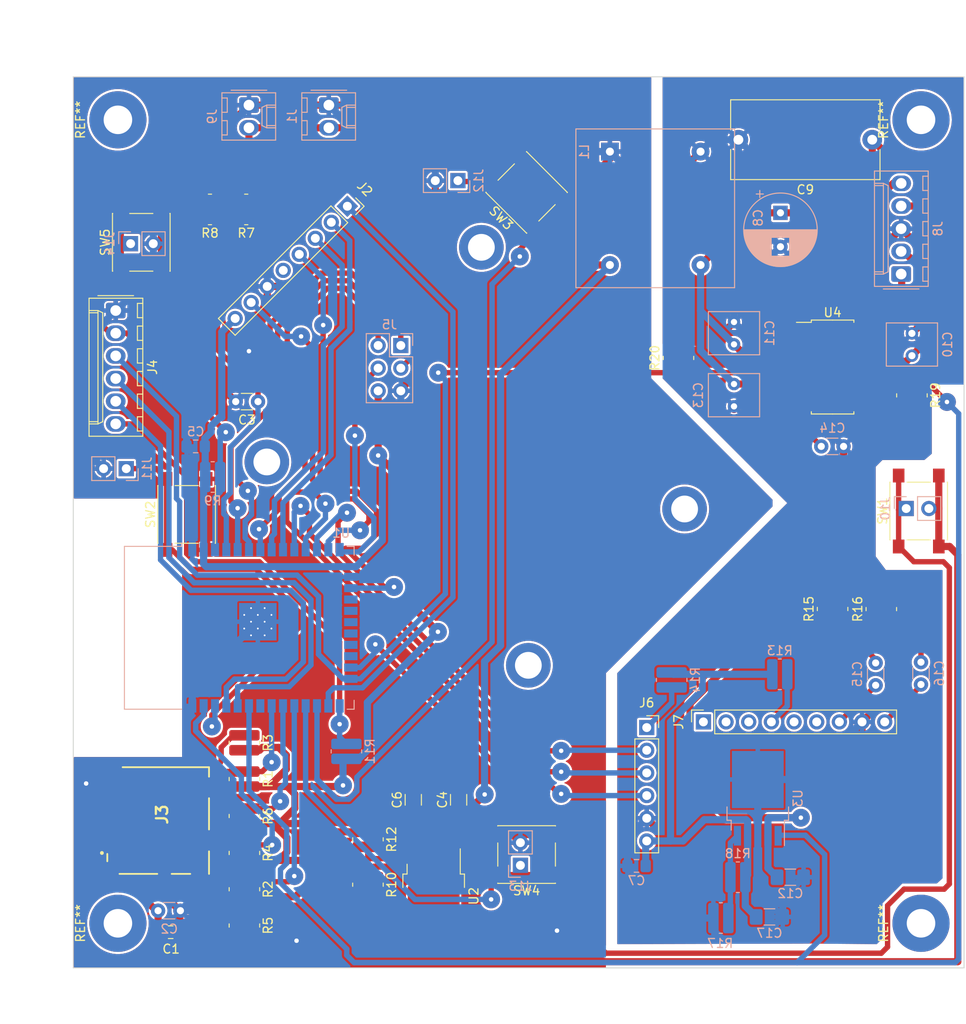
<source format=kicad_pcb>
(kicad_pcb (version 20211014) (generator pcbnew)
  (layers (0 "F.Cu" signal) (31 "B.Cu" signal) (34 "B.Paste" user) (35 "F.Paste" user) (36 "B.SilkS" user "B.Silkscreen") (37 "F.SilkS" user "F.Silkscreen") (38 "B.Mask" user) (39 "F.Mask" user) (44 "Edge.Cuts" user))
  (net 0 "")
  (net 1 "GNDD")
  (net 2 "+3V3")
  (net 3 "/VBATT_MEAS")
  (net 4 "+BATT")
  (net 5 "+3.3VDAC")
  (net 6 "GNDA")
  (net 7 "+5VA")
  (net 8 "Net-(C14-Pad2)")
  (net 9 "/L")
  (net 10 "Net-(C15-Pad1)")
  (net 11 "Net-(C16-Pad2)")
  (net 12 "/R")
  (net 13 "/RFID-RST")
  (net 14 "/RFID-MISO")
  (net 15 "/RFID-MOSI")
  (net 16 "/RFID-SCK")
  (net 17 "/RFID-SDA")
  (net 18 "/DTR")
  (net 19 "/RX")
  (net 20 "/TX")
  (net 21 "/AMP_ENA")
  (net 22 "/RESET")
  (net 23 "/EXT4")
  (net 24 "/EXT3")
  (net 25 "/EXT2")
  (net 26 "/EXT1")
  (net 27 "/I2S_LRCK")
  (net 28 "/I2S_DATA")
  (net 29 "/I2S_BCK")
  (net 30 "/I2S_SCK")
  (net 31 "/FMT")
  (net 32 "/SD-MISO")
  (net 33 "/SD-CS")
  (net 34 "Net-(J3-Pad8)")
  (net 35 "/SD-MOSI")
  (net 36 "Net-(J3-Pad1)")
  (net 37 "/SD-SCK")
  (net 38 "Net-(R10-Pad1)")
  (net 39 "Net-(R15-Pad2)")
  (net 40 "Net-(R16-Pad2)")
  (net 41 "Net-(R17-Pad1)")
  (net 43 "/VOL_DOWN")
  (net 44 "/VOL_UP")
  (net 45 "/TRK_NEXT")
  (net 46 "/TRK_PREV")
  (net 47 "/SL+")
  (net 48 "/SL-")
  (net 49 "/SR-")
  (net 50 "/SR+")
  (footprint "Capacitor_SMD:C_1206_3216Metric_Pad1.42x1.75mm_HandSolder" (layer "F.Cu") (at 63.5 106.3895 90)
    (fp_text reference "C6")
    (fp_text value "4.7uF")
  )
  (footprint "Connector_Molex:Molex_KK-254_AE-6410-06A_1x06_P2.54mm_Vertical" (layer "F.Cu") (at 30.155 51.584 -90)
    (fp_text reference "J4")
    (fp_text value "PROG")
  )
  (footprint "Resistor_SMD:R_0612_1632Metric_Pad1.18x3.40mm_HandSolder" (layer "F.Cu") (at 44.577 104.0645 -90)
    (fp_text reference "R1")
    (fp_text value "47k")
  )
  (footprint "Resistor_SMD:R_0612_1632Metric_Pad1.18x3.40mm_HandSolder" (layer "F.Cu") (at 44.577 108.204 -90)
    (fp_text reference "R6")
    (fp_text value "47k")
  )
  (footprint "Resistor_SMD:R_0612_1632Metric_Pad1.18x3.40mm_HandSolder" (layer "F.Cu") (at 40.7155 40.259 180)
    (fp_text reference "R8")
    (fp_text value "100k")
  )
  (footprint "Resistor_SMD:R_0612_1632Metric_Pad1.18x3.40mm_HandSolder" (layer "F.Cu") (at 58.42 110.8195 -90)
    (fp_text reference "R12")
    (fp_text value "330k")
  )
  (footprint "Resistor_SMD:R_0612_1632Metric_Pad1.18x3.40mm_HandSolder" (layer "F.Cu") (at 115.951 85.0265 90)
    (fp_text reference "R16")
    (fp_text value "220k")
  )
  (footprint "Resistor_SMD:R_0612_1632Metric_Pad1.18x3.40mm_HandSolder" (layer "F.Cu") (at 119.38 61.087 -90)
    (fp_text reference "R19")
    (fp_text value "1k")
  )
  (footprint "Resistor_SMD:R_0612_1632Metric_Pad1.18x3.40mm_HandSolder" (layer "F.Cu") (at 93.218 56.896 90)
    (fp_text reference "R20")
    (fp_text value "1k")
  )
  (footprint "Button_Switch_SMD:SW_Push_1P1T_NO_6x6mm_H9.5mm" (layer "F.Cu") (at 120.142 74.041 90)
    (fp_text reference "SW1")
    (fp_text value "Trk next")
  )
  (footprint "Button_Switch_SMD:SW_Push_1P1T_NO_6x6mm_H9.5mm" (layer "F.Cu") (at 38.1 74.422 90)
    (fp_text reference "SW2")
    (fp_text value "Trk prev")
  )
  (footprint "Button_Switch_SMD:SW_Push_1P1T_NO_6x6mm_H9.5mm" (layer "F.Cu") (at 76.2 112.522 180)
    (fp_text reference "SW4")
    (fp_text value "Vol down")
  )
  (footprint "Package_TO_SOT_SMD:TO-252-5_TabPin3" (layer "F.Cu") (at 65.785 117.177 -90)
    (fp_text reference "U2")
    (fp_text value "XRP6272")
  )
  (footprint "Button_Switch_SMD:SW_Push_1P1T_NO_6x6mm_H9.5mm" (layer "F.Cu") (at 33.02 43.942 90)
    (fp_text reference "SW5")
    (fp_text value "Reset")
  )
  (footprint "Package_SO:SOP-16_4.55x10.3mm_P1.27mm" (layer "F.Cu") (at 110.49 57.912)
    (fp_text reference "U4")
    (fp_text value "PAM8403")
  )
  (footprint "Resistor_SMD:R_0612_1632Metric_Pad1.18x3.40mm_HandSolder" (layer "F.Cu") (at 110.49 85.0145 90)
    (fp_text reference "R15")
    (fp_text value "220k")
  )
  (footprint "Connector_PinSocket_2.54mm:PinSocket_1x06_P2.54mm_Vertical" (layer "F.Cu") (at 89.662 98.298)
    (fp_text reference "J6")
    (fp_text value "PCM5102A_1")
  )
  (footprint "Connector_PinSocket_2.54mm:PinSocket_1x09_P2.54mm_Vertical" (layer "F.Cu") (at 96.012 97.663 90)
    (fp_text reference "J7")
    (fp_text value "PCM5102A_2")
  )
  (footprint "Capacitor_SMD:C_1206_3216Metric_Pad1.42x1.75mm_HandSolder" (layer "F.Cu") (at 68.58 106.3895 90)
    (fp_text reference "C4")
    (fp_text value "4.7uF")
  )
  (footprint "Resistor_SMD:R_0612_1632Metric_Pad1.18x3.40mm_HandSolder" (layer "F.Cu") (at 58.42 115.8995 -90)
    (fp_text reference "R10")
    (fp_text value "100k")
  )
  (footprint "Resistor_SMD:R_0612_1632Metric_Pad1.18x3.40mm_HandSolder" (layer "F.Cu") (at 44.7795 40.259 180)
    (fp_text reference "R7")
    (fp_text value "100k")
  )
  (footprint "Resistor_SMD:R_0612_1632Metric_Pad1.18x3.40mm_HandSolder" (layer "F.Cu") (at 44.577 112.3435 -90)
    (fp_text reference "R4")
    (fp_text value "47k")
  )
  (footprint "Resistor_SMD:R_0612_1632Metric_Pad1.18x3.40mm_HandSolder" (layer "F.Cu") (at 44.577 120.4715 -90)
    (fp_text reference "R5")
    (fp_text value "47k")
  )
  (footprint "SDSlot:1040310811" (layer "F.Cu") (at 29.21 108.712 -90)
    (fp_text reference "J3")
    (fp_text value "104031-0811" hide)
  )
  (footprint "Resistor_SMD:R_0612_1632Metric_Pad1.18x3.40mm_HandSolder" (layer "F.Cu") (at 44.577 100.0005 -90)
    (fp_text reference "R3")
    (fp_text value "47k")
  )
  (footprint "Resistor_SMD:R_0612_1632Metric_Pad1.18x3.40mm_HandSolder" (layer "F.Cu") (at 44.577 116.4075 -90)
    (fp_text reference "R2")
    (fp_text value "47k")
  )
  (footprint "RFID-RC522:RFID-RC522-Module" (layer "F.Cu") (at 62.026063 31.157509 -45)
    (fp_text reference "J2")
    (fp_text value "RFID-RC522")
  )
  (footprint "Button_Switch_SMD:SW_Push_1P1T_NO_6x6mm_H9.5mm" (layer "F.Cu") (at 76.2 38.354 135)
    (fp_text reference "SW3")
    (fp_text value "Vol up")
  )
  (footprint "MountingHole:MountingHole_3.2mm_M3_Pad" (layer "F.Cu") (at 120.4 120.222 90)
    (fp_text reference "REF**")
    (fp_text value "MountingHole_3.2mm_M3_Pad")
  )
  (footprint "Capacitor_SMD:C_0805_2012Metric_Pad1.15x1.40mm_HandSolder" (layer "F.Cu") (at 36.313 121.2215)
    (fp_text reference "C1")
    (fp_text value "10uF")
  )
  (footprint "MountingHole:MountingHole_3.2mm_M3_Pad" (layer "F.Cu") (at 30.4 30.222 90)
    (fp_text reference "REF**")
    (fp_text value "MountingHole_3.2mm_M3_Pad")
  )
  (footprint "MountingHole:MountingHole_3.2mm_M3_Pad" (layer "F.Cu") (at 120.4 30.222 90)
    (fp_text reference "REF**")
    (fp_text value "MountingHole_3.2mm_M3_Pad")
  )
  (footprint "MountingHole:MountingHole_3.2mm_M3_Pad" (layer "F.Cu") (at 30.4 120.222 90)
    (fp_text reference "REF**")
    (fp_text value "MountingHole_3.2mm_M3_Pad")
  )
  (footprint "Capacitor_THT:C_Rect_L16.5mm_W8.7mm_P15.00mm_MKT" (layer "F.Cu") (at 114.935 32.4485 180)
    (fp_text reference "C9")
    (fp_text value "1.5F")
  )
  (footprint "Capacitor_THT:C_Disc_D3.0mm_W1.6mm_P2.50mm" (layer "F.Cu") (at 46.101 61.7855 180)
    (fp_text reference "C3")
    (fp_text value "220nF")
  )
  (footprint "Resistor_SMD:R_0612_1632Metric_Pad1.18x3.40mm_HandSolder" (layer "B.Cu") (at 56.007 100.965 90)
    (fp_text reference "R11")
    (fp_text value "10k")
  )
  (footprint "Capacitor_THT:C_Rect_L4.6mm_W5.5mm_P2.50mm_MKS02_FKP02" (layer "B.Cu") (at 99.441 59.817 -90)
    (fp_text reference "C13")
    (fp_text value "1uF")
  )
  (footprint "Capacitor_THT:C_Rect_L4.6mm_W5.5mm_P2.50mm_MKS02_FKP02" (layer "B.Cu") (at 99.441 55.372 90)
    (fp_text reference "C11")
    (fp_text value "1uF")
  )
  (footprint "Capacitor_THT:C_Rect_L4.6mm_W5.5mm_P2.50mm_MKS02_FKP02" (layer "B.Cu") (at 119.38 56.642 90)
    (fp_text reference "C10")
    (fp_text value "1uF")
  )
  (footprint "Capacitor_THT:C_Disc_D3.0mm_W1.6mm_P2.50mm" (layer "B.Cu") (at 111.72 66.802 180)
    (fp_text reference "C14")
    (fp_text value "0.1uF")
  )
  (footprint "Resistor_SMD:R_0612_1632Metric_Pad1.18x3.40mm_HandSolder" (layer "B.Cu") (at 99.8735 115.062 180)
    (fp_text reference "R18")
    (fp_text value "330k")
  )
  (footprint "Capacitor_SMD:C_0805_2012Metric_Pad1.15x1.40mm_HandSolder" (layer "B.Cu") (at 88.519 113.792)
    (fp_text reference "C7")
    (fp_text value "10uF")
  )
  (footprint "Resistor_SMD:R_0612_1632Metric_Pad1.18x3.40mm_HandSolder" (layer "B.Cu") (at 97.9685 119.634 180)
    (fp_text reference "R17")
    (fp_text value "100k")
  )
  (footprint "Resistor_SMD:R_0612_1632Metric_Pad1.18x3.40mm_HandSolder" (layer "B.Cu") (at 92.456 92.964 90)
    (fp_text reference "R14")
    (fp_text value "10k")
  )
  (footprint "Capacitor_THT:C_Disc_D3.0mm_W1.6mm_P2.50mm" (layer "B.Cu") (at 34.9015 118.8085)
    (fp_text reference "C2")
    (fp_text value "100nF")
  )
  (footprint "Capacitor_THT:C_Disc_D3.0mm_W1.6mm_P2.50mm" (layer "B.Cu") (at 115.316 91.059 -90)
    (fp_text reference "C15")
    (fp_text value "33nF")
  )
  (footprint "choke:Choke_21x17mm" (layer "B.Cu") (at 85.5345 33.782 -90)
    (fp_text reference "L1")
    (fp_text value "L_Coupled")
  )
  (footprint "Connector_PinHeader_2.54mm:PinHeader_2x03_P2.54mm_Vertical" (layer "B.Cu") (at 62.103 55.499 180)
    (fp_text reference "J5")
    (fp_text value "EXT")
  )
  (footprint "RF_Module:ESP32-WROOM-32" (layer "B.Cu") (at 46.99 87.122 -90)
    (fp_text reference "U1")
    (fp_text value "ESP32-WROOM-32")
  )
  (footprint "Capacitor_SMD:C_0805_2012Metric_Pad1.15x1.40mm_HandSolder" (layer "B.Cu") (at 39.116 66.802 180)
    (fp_text reference "C5")
    (fp_text value "10uF")
  )
  (footprint "Resistor_SMD:R_0612_1632Metric_Pad1.18x3.40mm_HandSolder" (layer "B.Cu") (at 104.5725 92.329 180)
    (fp_text reference "R13")
    (fp_text value "10k")
  )
  (footprint "Resistor_SMD:R_0612_1632Metric_Pad1.18x3.40mm_HandSolder" (layer "B.Cu") (at 41.021 70.231 180)
    (fp_text reference "R9")
    (fp_text value "10k")
  )
  (footprint "Capacitor_SMD:C_1206_3216Metric_Pad1.42x1.75mm_HandSolder" (layer "B.Cu") (at 105.7545 115.062)
    (fp_text reference "C12")
    (fp_text value "4.7uF")
  )
  (footprint "Package_TO_SOT_SMD:TO-252-5_TabPin3" (layer "B.Cu") (at 102.107 106.216 90)
    (fp_text reference "U3")
    (fp_text value "XRP6272")
  )
  (footprint "Capacitor_SMD:C_1206_3216Metric_Pad1.42x1.75mm_HandSolder" (layer "B.Cu") (at 103.4145 119.507)
    (fp_text reference "C17")
    (fp_text value "4.7uF")
  )
  (footprint "Capacitor_THT:C_Disc_D3.0mm_W1.6mm_P2.50mm" (layer "B.Cu") (at 120.396 93.472 90)
    (fp_text reference "C16")
    (fp_text value "33nF")
  )
  (footprint "Connector_Molex:Molex_KK-254_AE-6410-02A_1x02_P2.54mm_Vertical" (layer "B.Cu") (at 54.0385 28.575 -90)
    (fp_text reference "J1")
    (fp_text value "BATT")
  )
  (footprint "Connector_Molex:Molex_KK-254_AE-6410-02A_1x02_P2.54mm_Vertical" (layer "B.Cu") (at 45.085 28.575 -90)
    (fp_text reference "J9")
    (fp_text value "CHARGER")
  )
  (footprint "Connector_Molex:Molex_KK-254_AE-6410-05A_1x05_P2.54mm_Vertical" (layer "B.Cu") (at 118.1735 47.498 90)
    (fp_text reference "J8")
    (fp_text value "Speakers")
  )
  (footprint "Capacitor_THT:CP_Radial_D8.0mm_P3.80mm" (layer "B.Cu") (at 104.648 40.64 -90)
    (fp_text reference "C8")
    (fp_text value "470uF")
  )
  (footprint "Connector_PinHeader_2.54mm:PinHeader_1x02_P2.54mm_Vertical" (layer "B.Cu") (at 31.8212 44.0944 -90)
    (fp_text reference "J14")
    (fp_text value "Reset")
  )
  (footprint "Connector_PinHeader_2.54mm:PinHeader_1x02_P2.54mm_Vertical" (layer "B.Cu") (at 31.335 69.294 90)
    (fp_text reference "J11")
    (fp_text value "Trk prev")
  )
  (footprint "Connector_PinHeader_2.54mm:PinHeader_1x02_P2.54mm_Vertical" (layer "B.Cu") (at 68.5038 37.0332 90)
    (fp_text reference "J12")
    (fp_text value "Vol up")
  )
  (footprint "Connector_PinHeader_2.54mm:PinHeader_1x02_P2.54mm_Vertical" (layer "B.Cu") (at 75.505 113.729)
    (fp_text reference "J13")
    (fp_text value "Vol down")
  )
  (footprint "Connector_PinHeader_2.54mm:PinHeader_1x02_P2.54mm_Vertical" (layer "B.Cu") (at 118.74 73.7616 -90)
    (fp_text reference "J10")
    (fp_text value "Trk next")
  )
  (gr_line (start 125.222 125.222) (end 125.222 25.4) (layer "Edge.Cuts") (width 0.1))
  (gr_line (start 25.4 125.222) (end 125.222 125.222) (layer "Edge.Cuts") (width 0.1))
  (gr_line (start 25.4 25.4) (end 25.4 125.222) (layer "Edge.Cuts") (width 0.1))
  (gr_line (start 125.222 25.4) (end 25.4 25.4) (layer "Edge.Cuts") (width 0.1))
  (segment (start 58.42 119.174) (end 58.317 119.277) (width 0.8) (layer "F.Cu") (net 1))
  (segment (start 74.593 110.272) (end 80.175 110.272) (width 0.8) (layer "F.Cu") (net 1))
  (segment (start 45.085 53.594) (end 45.085 56.134) (width 0.8) (layer "F.Cu") (net 1))
  (segment (start 65.785 104.903) (end 65.786 104.902) (width 0.8) (layer "F.Cu") (net 1))
  (segment (start 34.1605 116.7105) (end 31.727 114.277) (width 0.8) (layer "F.Cu") (net 1))
  (segment (start 34.3612 44.0944) (end 35.2594 44.0944) (width 0.8) (layer "F.Cu") (net 1))
  (segment (start 77.748 119.277) (end 65.785 119.277) (width 0.8) (layer "F.Cu") (net 1))
  (segment (start 65.9638 37.0332) (end 65.9638 45.72) (width 0.8) (layer "F.Cu") (net 1))
  (segment (start 35.229998 116.7105) (end 34.1605 116.7105) (width 0.8) (layer "F.Cu") (net 1))
  (segment (start 35.27 47.917) (end 35.27 49.24) (width 0.8) (layer "F.Cu") (net 1))
  (segment (start 58.42 116.737) (end 58.42 119.174) (width 0.8) (layer "F.Cu") (net 1))
  (segment (start 69.602981 28.575) (end 54.0385 28.575) (width 0.8) (layer "F.Cu") (net 1))
  (segment (start 35.27 39.967) (end 39.586 39.967) (width 0.8) (layer "F.Cu") (net 1))
  (segment (start 28.593 106.317) (end 29.46 106.317) (width 0.8) (layer "F.Cu") (net 1))
  (segment (start 74.980241 33.95226) (end 69.602981 28.575) (width 0.8) (layer "F.Cu") (net 1))
  (segment (start 45.085 28.575) (end 54.0385 28.575) (width 0.8) (layer "F.Cu") (net 1))
  (segment (start 29.46 106.317) (end 40.15 106.317) (width 0.8) (layer "F.Cu") (net 1))
  (segment (start 40.15 106.317) (end 40.285 106.452) (width 0.8) (layer "F.Cu") (net 1))
  (segment (start 31.727 114.277) (end 29.585 114.277) (width 0.8) (layer "F.Cu") (net 1))
  (segment (start 45.085 28.575) (end 39.878 33.782) (width 0.8) (layer "F.Cu") (net 1))
  (segment (start 124.52199 78.92899) (end 123.609 78.016) (width 0.8) (layer "F.Cu") (net 1))
  (segment (start 26.839 104.563) (end 28.445 102.957) (width 0.8) (layer "F.Cu") (net 1))
  (segment (start 79.605 121.044) (end 79.605 121.134) (width 0.8) (layer "F.Cu") (net 1))
  (segment (start 123.609 78.016) (end 122.392 78.016) (width 0.8) (layer "F.Cu") (net 1))
  (segment (start 72.225 110.272) (end 74.593 110.272) (width 0.8) (layer "F.Cu") (net 1))
  (segment (start 58.317 119.277) (end 65.785 119.277) (width 0.8) (layer "F.Cu") (net 1))
  (segment (start 50.419 122.174) (end 53.316 119.277) (width 0.8) (layer "F.Cu") (net 1))
  (segment (start 65.785 97.836453) (end 65.785 106.044) (width 0.8) (layer "F.Cu") (net 1))
  (segment (start 124.52199 124.52199) (end 124.52199 78.92899) (width 0.8) (layer "F.Cu") (net 1))
  (segment (start 37.327998 118.8085) (end 35.229998 116.7105) (width 0.8) (layer "F.Cu") (net 1))
  (segment (start 40.285 104.982) (end 40.285 106.452) (width 0.8) (layer "F.Cu") (net 1))
  (segment (start 40.35 78.397) (end 46.345547 78.397) (width 0.8) (layer "F.Cu") (net 1))
  (segment (start 65.785 118.238) (end 72.225 111.798) (width 0.8) (layer "F.Cu") (net 1))
  (segment (start 79.515 121.044) (end 77.748 119.277) (width 0.8) (layer "F.Cu") (net 1))
  (segment (start 80.60174 39.573759) (end 74.980241 33.95226) (width 0.8) (layer "F.Cu") (net 1))
  (segment (start 26.839 104.563) (end 28.593 106.317) (width 0.8) (layer "F.Cu") (net 1))
  (segment (start 40.35 78.397) (end 40.35 70.447) (width 0.8) (layer "F.Cu") (net 1))
  (segment (start 121.28 73.7616) (end 122.3814 73.7616) (width 0.8) (layer "F.Cu") (net 1))
  (segment (start 65.9638 45.72) (end 64.263673 47.420127) (width 0.8) (layer "F.Cu") (net 1))
  (segment (start 39.586 39.967) (end 39.878 40.259) (width 0.8) (layer "F.Cu") (net 1))
  (segment (start 82.99299 124.52199) (end 124.52199 124.52199) (width 0.8) (layer "F.Cu") (net 1))
  (segment (start 75.505 111.189) (end 75.505 110.634) (width 0.8) (layer "F.Cu") (net 1))
  (segment (start 53.316 119.277) (end 58.317 119.277) (width 0.8) (layer "F.Cu") (net 1))
  (segment (start 52.7636 46.4464) (end 63.289947 46.4464) (width 0.8) (layer "F.Cu") (net 1))
  (segment (start 37.4015 121.158) (end 37.338 121.2215) (width 0.8) (layer "F.Cu") (net 1))
  (segment (start 65.785 119.277) (end 65.785 118.238) (width 0.8) (layer "F.Cu") (net 1))
  (segment (start 35.2594 44.0944) (end 35.27 44.0838) (width 0.8) (layer "F.Cu") (net 1))
  (segment (start 69.675547 52.832) (end 88.138 52.832) (width 0.8) (layer "F.Cu") (net 1))
  (segment (start 63.289947 46.4464) (end 64.263673 47.420127) (width 0.8) (layer "F.Cu") (net 1))
  (segment (start 65.786 104.902) (end 68.58 104.902) (width 0.8) (layer "F.Cu") (net 1))
  (segment (start 37.4015 118.8085) (end 37.327998 118.8085) (width 0.8) (layer "F.Cu") (net 1))
  (segment (start 64.263673 47.420127) (end 69.675547 52.832) (width 0.8) (layer "F.Cu") (net 1))
  (segment (start 40.574 54.544) (end 40.574 58.7585) (width 0.8) (layer "F.Cu") (net 1))
  (segment (start 37.338 121.2215) (end 37.338 118.872) (width 0.8) (layer "F.Cu") (net 1))
  (segment (start 122.392 78.016) (end 122.392 73.751) (width 0.8) (layer "F.Cu") (net 1))
  (segment (start 80.60174 39.54026) (end 80.60174 39.573759) (width 0.8) (layer "F.Cu") (net 1))
  (segment (start 47.130859 48.88114) (end 47.130859 51.548141) (width 0.8) (layer "F.Cu") (net 1))
  (segment (start 85.5345 33.782) (end 85.5345 34.6075) (width 0.8) (layer "F.Cu") (net 1))
  (segment (start 47.130859 48.88114) (end 50.32886 48.88114) (width 0.8) (layer "F.Cu") (net 1))
  (segment (start 79.605 121.134) (end 82.99299 124.52199) (width 0.8) (layer "F.Cu") (net 1))
  (segment (start 65.785 112.977) (end 65.785 106.044) (width 0.8) (layer "F.Cu") (net 1))
  (segment (start 28.445 102.957) (end 29.81 102.957) (width 0.8) (layer "F.Cu") (net 1))
  (segment (start 62.103 60.404547) (end 69.675547 52.832) (width 0.8) (layer "F.Cu") (net 1))
  (segment (start 39.878 33.782) (end 39.878 40.259) (width 0.8) (layer "F.Cu") (net 1))
  (segment (start 40.574 58.7585) (end 43.601 61.7855) (width 0.8) (layer "F.Cu") (net 1))
  (segment (start 35.27 49.24) (end 40.574 54.544) (width 0.8) (layer "F.Cu") (net 1))
  (segment (start 40.285 106.452) (end 40.285 110.952) (width 0.8) (layer "F.Cu") (net 1))
  (segment (start 63.5 104.902) (end 65.786 104.902) (width 0.8) (layer "F.Cu") (net 1))
  (segment (start 65.785 119.277) (end 65.785 112.977) (width 0.8) (layer "F.Cu") (net 1))
  (segment (start 35.27 44.0838) (end 35.27 47.917) (width 0.8) (layer "F.Cu") (net 1))
  (segment (start 79.605 121.044) (end 79.515 121.044) (width 0.8) (layer "F.Cu") (net 1))
  (segment (start 88.138 52.832) (end 88.138 36.3855) (width 0.8) (layer "F.Cu") (net 1))
  (segment (start 122.3814 73.7616) (end 122.392 73.751) (width 0.8) (layer "F.Cu") (net 1))
  (segment (start 122.392 73.751) (end 122.392 70.066) (width 0.8) (layer "F.Cu") (net 1))
  (segment (start 88.138 36.3855) (end 85.5345 33.782) (width 0.8) (layer "F.Cu") (net 1))
  (segment (start 35.27 39.967) (end 35.27 44.0838) (width 0.8) (layer "F.Cu") (net 1))
  (segment (start 72.225 111.798) (end 72.225 110.272) (width 0.8) (layer "F.Cu") (net 1))
  (segment (start 85.5345 34.6075) (end 80.60174 39.54026) (width 0.8) (layer "F.Cu") (net 1))
  (segment (start 46.345547 78.397) (end 65.785 97.836453) (width 0.8) (layer "F.Cu") (net 1))
  (segment (start 75.505 111.189) (end 74.593 110.277) (width 0.8) (layer "F.Cu") (net 1))
  (segment (start 47.130859 51.548141) (end 45.085 53.594) (width 0.8) (layer "F.Cu") (net 1))
  (segment (start 65.785 106.044) (end 65.785 104.903) (width 0.8) (layer "F.Cu") (net 1))
  (segment (start 50.32886 48.88114) (end 52.7636 46.4464) (width 0.8) (layer "F.Cu") (net 1))
  (via (at 45.085 56.134) (size 2) (drill 0.5) (layers "F.Cu" "B.Cu") (net 1))
  (via (at 26.839 104.563) (size 2) (drill 0.5) (layers "F.Cu" "B.Cu") (net 1))
  (via (at 79.605 121.044) (size 2) (drill 0.5) (layers "F.Cu" "B.Cu") (net 1))
  (via (at 50.419 122.174) (size 2) (drill 0.5) (layers "F.Cu" "B.Cu") (net 1))
  (segment (start 65.7606 33.782) (end 60.108677 33.782) (width 0.8) (layer "B.Cu") (net 1))
  (segment (start 38.063 104.563) (end 26.839 104.563) (width 0.8) (layer "B.Cu") (net 1))
  (segment (start 38.74 78.372) (end 38.74 77.187) (width 0.8) (layer "B.Cu") (net 1))
  (segment (start 60.108677 33.782) (end 47.130859 46.759818) (width 0.8) (layer "B.Cu") (net 1))
  (segment (start 38.166 96.446) (end 38.74 95.872) (width 0.8) (layer "B.Cu") (net 1))
  (segment (start 79.515 121.044) (end 77.851 119.38) (width 0.8) (layer "B.Cu") (net 1))
  (segment (start 34.3612 47.4422) (end 39.497 52.578) (width 0.8) (layer "B.Cu") (net 1))
  (segment (start 38.946 67.657) (end 38.091 66.802) (width 0.8) (layer "B.Cu") (net 1))
  (segment (start 87.249 35.4965) (end 85.5345 33.782) (width 0.8) (layer "B.Cu") (net 1))
  (segment (start 38.166 118.044) (end 38.166 104.46) (width 0.8) (layer "B.Cu") (net 1))
  (segment (start 34.3612 44.0944) (end 34.3612 47.4422) (width 0.8) (layer "B.Cu") (net 1))
  (segment (start 47.0535 118.8085) (end 50.419 122.174) (width 0.8) (layer "B.Cu") (net 1))
  (segment (start 39.497 64.457317) (end 39.497 52.578) (width 0.8) (layer "B.Cu") (net 1))
  (segment (start 30.2194 51.584) (end 34.3612 47.4422) (width 0.8) (layer "B.Cu") (net 1))
  (segment (start 27.945 68.444) (end 27.945 53.794) (width 0.8) (layer "B.Cu") (net 1))
  (segment (start 45.085 60.3015) (end 43.601 61.7855) (width 0.8) (layer "B.Cu") (net 1))
  (segment (start 38.955 72.062793) (end 38.946 72.053792) (width 0.8) (layer "B.Cu") (net 1))
  (segment (start 34.3612 44.0944) (end 34.3612 39.459195) (width 0.8) (layer "B.Cu") (net 1))
  (segment (start 79.605 121.044) (end 79.515 121.044) (width 0.8) (layer "B.Cu") (net 1))
  (segment (start 45.085 56.134) (end 45.085 60.3015) (width 0.8) (layer "B.Cu") (net 1))
  (segment (start 77.851 119.38) (end 77.851 96.139) (width 0.8) (layer "B.Cu") (net 1))
  (segment (start 54.0385 28.575) (end 59.2455 33.782) (width 0.8) (layer "B.Cu") (net 1))
  (segment (start 38.955 76.972) (end 38.955 72.062793) (width 0.8) (layer "B.Cu") (net 1))
  (segment (start 34.3612 39.459195) (end 45.085 28.735395) (width 0.8) (layer "B.Cu") (net 1))
  (segment (start 38.74 93.782) (end 46.08 86.442) (width 0.8) (layer "B.Cu") (net 1))
  (segment (start 47.130859 46.759818) (end 47.130859 48.88114) (width 0.8) (layer "B.Cu") (net 1))
  (segment (start 37.4015 118.8085) (end 47.0535 118.8085) (width 0.8) (layer "B.Cu") (net 1))
  (segment (start 38.091 66.802) (end 38.091 65.863317) (width 0.8) (layer "B.Cu") (net 1))
  (segment (start 27.945 53.794) (end 30.155 51.584) (width 0.8) (layer "B.Cu") (net 1))
  (segment (start 77.851 96.139) (end 87.249 86.741) (width 0.8) (layer "B.Cu") (net 1))
  (segment (start 65.9638 37.0332) (end 65.9638 33.9852) (width 0.8) (layer "B.Cu") (net 1))
  (segment (start 38.091 65.863317) (end 39.497 64.457317) (width 0.8) (layer "B.Cu") (net 1))
  (segment (start 38.946 72.053792) (end 38.946 67.657) (width 0.8) (layer "B.Cu") (net 1))
  (segment (start 38.74 95.872) (end 38.74 93.782) (width 0.8) (layer "B.Cu") (net 1))
  (segment (start 38.74 77.187) (end 38.955 76.972) (width 0.8) (layer "B.Cu") (net 1))
  (segment (start 30.155 51.584) (end 30.2194 51.584) (width 0.8) (layer "B.Cu") (net 1))
  (segment (start 87.249 86.741) (end 87.249 35.4965) (width 0.8) (layer "B.Cu") (net 1))
  (segment (start 45.085 28.735395) (end 45.085 28.575) (width 0.8) (layer "B.Cu") (net 1))
  (segment (start 65.9638 33.9852) (end 65.7606 33.782) (width 0.8) (layer "B.Cu") (net 1))
  (segment (start 38.166 104.46) (end 38.063 104.563) (width 0.8) (layer "B.Cu") (net 1))
  (segment (start 56.5 81.412) (end 58.05 81.412) (width 0.8) (layer "B.Cu") (net 1))
  (segment (start 37.4015 118.8085) (end 38.166 118.044) (width 0.8) (layer "B.Cu") (net 1))
  (segment (start 62.103 77.359) (end 62.103 60.579) (width 0.8) (layer "B.Cu") (net 1))
  (segment (start 58.05 81.412) (end 62.103 77.359) (width 0.8) (layer "B.Cu") (net 1))
  (segment (start 59.2455 33.782) (end 85.5345 33.782) (width 0.8) (layer "B.Cu") (net 1))
  (segment (start 38.166 104.46) (end 38.166 96.446) (width 0.8) (layer "B.Cu") (net 1))
  (segment (start 85.5345 33.782) (end 65.7606 33.782) (width 0.8) (layer "B.Cu") (net 1))
  (segment (start 28.795 69.294) (end 27.945 68.444) (width 0.8) (layer "B.Cu") (net 1))
  (segment (start 51.828 109.0415) (end 44.577 109.0415) (width 0.8) (layer "F.Cu") (net 2))
  (segment (start 46.887 113.181) (end 48.392002 113.181) (width 0.8) (layer "F.Cu") (net 2))
  (segment (start 35.93801 122.57151) (end 35.288 121.9215) (width 0.8) (layer "F.Cu") (net 2))
  (segment (start 49.338501 112.234501) (end 49.338501 110.650499) (width 0.8) (layer "F.Cu") (net 2))
  (segment (start 44.577 121.309) (end 43.36449 122.52151) (width 0.8) (layer "F.Cu") (net 2))
  (segment (start 48.392002 113.181) (end 49.338501 112.234501) (width 0.8) (layer "F.Cu") (net 2))
  (segment (start 63.246 71.501) (end 59.563 67.818) (width 0.8) (layer "F.Cu") (net 2))
  (segment (start 50.227501 105.760999) (end 49.368502 104.902) (width 0.8) (layer "F.Cu") (net 2))
  (segment (start 47.336502 104.902) (end 49.275001 102.963501) (width 0.8) (layer "F.Cu") (net 2))
  (segment (start 28.259999 115.572001) (end 28.389999 115.702001) (width 0.8) (layer "F.Cu") (net 2))
  (segment (start 49.275001 102.963501) (end 49.275001 101.379499) (width 0.8) (layer "F.Cu") (net 2))
  (segment (start 51.815001 115.727001) (end 50.297002 117.245) (width 0.8) (layer "F.Cu") (net 2))
  (segment (start 49.275001 101.379499) (end 48.417001 100.521499) (width 0.8) (layer "F.Cu") (net 2))
  (segment (start 44.577 109.0415) (end 46.6845 109.0415) (width 0.8) (layer "F.Cu") (net 2))
  (segment (start 46.6845 109.0415) (end 48.531002 109.0415) (width 0.8) (layer "F.Cu") (net 2))
  (segment (start 29.46 108.517) (end 28.414998 108.517) (width 0.8) (layer "F.Cu") (net 2))
  (segment (start 48.531002 109.0415) (end 50.227501 107.345001) (width 0.8) (layer "F.Cu") (net 2))
  (segment (start 48.417001 100.521499) (end 46.593501 100.521499) (width 0.8) (layer "F.Cu") (net 2))
  (segment (start 46.92701 117.89501) (end 46.277 117.245) (width 0.8) (layer "F.Cu") (net 2))
  (segment (start 59.563 67.818) (end 59.563 60.579) (width 0.8) (layer "F.Cu") (net 2))
  (segment (start 64.645 109.022) (end 63.5 107.877) (width 0.8) (layer "F.Cu") (net 2))
  (segment (start 66.260823 87.572501) (end 63.246 84.557678) (width 0.8) (layer "F.Cu") (net 2))
  (segment (start 55.626 104.775) (end 55.499 104.902) (width 0.8) (layer "F.Cu") (net 2))
  (segment (start 47.729502 109.0415) (end 44.577 109.0415) (width 0.8) (layer "F.Cu") (net 2))
  (segment (start 34.684502 118.8085) (end 34.9015 118.8085) (width 0.8) (layer "F.Cu") (net 2))
  (segment (start 34.9015 120.835) (end 35.288 121.2215) (width 0.8) (layer "F.Cu") (net 2))
  (segment (start 55.499 104.902) (end 49.368502 104.902) (width 0.8) (layer "F.Cu") (net 2))
  (segment (start 44.577 113.181) (end 46.887 113.181) (width 0.8) (layer "F.Cu") (net 2))
  (segment (start 60.7695 109.982) (end 58.42 109.982) (width 0.8) (layer "F.Cu") (net 2))
  (segment (start 46.593501 100.521499) (end 46.277 100.838) (width 0.8) (layer "F.Cu") (net 2))
  (segment (start 46.92701 120.3443) (end 46.92701 117.89501) (width 0.8) (layer "F.Cu") (net 2))
  (segment (start 46.966502 104.902) (end 44.577 104.902) (width 0.8) (layer "F.Cu") (net 2))
  (segment (start 48.087002 109.0415) (end 44.577 109.0415) (width 0.8) (layer "F.Cu") (net 2))
  (segment (start 45.96231 121.309) (end 46.92701 120.3443) (width 0.8) (layer "F.Cu") (net 2))
  (segment (start 44.577 121.309) (end 45.96231 121.309) (width 0.8) (layer "F.Cu") (net 2))
  (segment (start 46.277 117.245) (end 44.577 117.245) (width 0.8) (layer "F.Cu") (net 2))
  (segment (start 49.338501 110.650499) (end 47.729502 109.0415) (width 0.8) (layer "F.Cu") (net 2))
  (segment (start 43.36449 122.52151) (end 35.88801 122.52151) (width 0.6) (layer "F.Cu") (net 2))
  (segment (start 28.414998 108.517) (end 28.259999 108.671999) (width 0.8) (layer "F.Cu") (net 2))
  (segment (start 35.288 121.9215) (end 35.288 121.2215) (width 0.8) (layer "F.Cu") (net 2))
  (segment (start 63.246 84.557678) (end 63.246 71.501) (width 0.8) (layer "F.Cu") (net 2))
  (segment (start 44.577 104.902) (end 47.336502 104.902) (width 0.8) (layer "F.Cu") (net 2))
  (segment (start 50.297002 117.245) (end 46.277 117.245) (width 0.8) (layer "F.Cu") (net 2))
  (segment (start 60.7695 109.982) (end 60.7695 110.871) (width 0.8) (layer "F.Cu") (net 2))
  (segment (start 64.645 112.977) (end 64.645 111.356998) (width 0.8) (layer "F.Cu") (net 2))
  (segment (start 34.9015 118.8085) (end 34.9015 120.835) (width 0.8) (layer "F.Cu") (net 2))
  (segment (start 43.31449 122.57151) (end 35.93801 122.57151) (width 0.8) (layer "F.Cu") (net 2))
  (segment (start 52.7685 109.982) (end 58.42 109.982) (width 0.8) (layer "F.Cu") (net 2))
  (segment (start 28.389999 115.702001) (end 29.913501 115.702001) (width 0.8) (layer "F.Cu") (net 2))
  (segment (start 28.259999 108.671999) (end 28.259999 115.572001) (width 0.8) (layer "F.Cu") (net 2))
  (segment (start 51.828 109.0415) (end 52.7685 109.982) (width 0.8) (layer "F.Cu") (net 2))
  (segment (start 30.583499 116.371999) (end 32.248001 116.371999) (width 0.8) (layer "F.Cu") (net 2))
  (segment (start 46.277 100.838) (end 44.577 100.838) (width 0.8) (layer "F.Cu") (net 2))
  (segment (start 50.853002 113.181) (end 51.815001 114.142999) (width 0.8) (layer "F.Cu") (net 2))
  (segment (start 32.248001 116.371999) (end 34.684502 118.8085) (width 0.8) (layer "F.Cu") (net 2))
  (segment (start 49.368502 104.902) (end 44.577 104.902) (width 0.8) (layer "F.Cu") (net 2))
  (segment (start 64.159002 110.871) (end 64.645 111.356998) (width 0.8) (layer "F.Cu") (net 2))
  (segment (start 64.645 112.977) (end 64.645 109.022) (width 0.8) (layer "F.Cu") (net 2))
  (segment (start 44.577 121.309) (end 43.31449 122.57151) (width 0.8) (layer "F.Cu") (net 2))
  (segment (start 35.88801 122.52151) (end 35.288 121.9215) (width 0.8) (layer "F.Cu") (net 2))
  (segment (start 51.815001 114.142999) (end 51.815001 115.727001) (width 0.8) (layer "F.Cu") (net 2))
  (segment (start 46.6845 109.0415) (end 47.359502 109.0415) (width 0.8) (layer "F.Cu") (net 2))
  (segment (start 50.227501 107.345001) (end 50.227501 105.760999) (width 0.8) (layer "F.Cu") (net 2))
  (segment (start 29.913501 115.702001) (end 30.583499 116.371999) (width 0.8) (layer "F.Cu") (net 2))
  (segment (start 46.887 113.181) (end 50.853002 113.181) (width 0.8) (layer "F.Cu") (net 2))
  (segment (start 60.7695 110.871) (end 64.159002 110.871) (width 0.8) (layer "F.Cu") (net 2))
  (via (at 66.260823 87.572501) (size 2) (drill 0.5) (layers "F.Cu" "B.Cu") (net 2))
  (via (at 59.563 67.818) (size 2) (drill 0.5) (layers "F.Cu" "B.Cu") (net 2))
  (via (at 55.626 104.775) (size 2) (drill 0.5) (layers "F.Cu" "B.Cu") (net 2))
  (segment (start 40.838931 65.206069) (end 40.838931 64.52833) (width 0.8) (layer "B.Cu") (net 2))
  (segment (start 57.39231 101.8025) (end 56.8459 101.8025) (width 0.8) (layer "B.Cu") (net 2))
  (segment (start 60.031011 77.337508) (end 60.031011 68.286011) (width 0.8) (layer "B.Cu") (net 2))
  (segment (start 55.626 102.1835) (end 56.007 101.8025) (width 0.8) (layer "B.Cu") (net 2))
  (segment (start 40.304999 80.272001) (end 57.096518 80.272001) (width 0.8) (layer "B.Cu") (net 2))
  (segment (start 40.141 66.802) (end 40.141 65.904) (width 0.8) (layer "B.Cu") (net 2))
  (segment (start 40.005 79.972002) (end 40.304999 80.272001) (width 0.8) (layer "B.Cu") (net 2))
  (segment (start 40.1835 70.231) (end 40.1835 71.108) (width 0.8) (layer "B.Cu") (net 2))
  (segment (start 42.037 53.974999) (end 43.538756 52.473243) (width 0.8) (layer "B.Cu") (net 2))
  (segment (start 66.260823 87.572501) (end 58.357 95.476324) (width 0.8) (layer "B.Cu") (net 2))
  (segment (start 40.1835 71.108) (end 40.005 71.2865) (width 0.8) (layer "B.Cu") (net 2))
  (segment (start 40.1835 66.5995) (end 40.1835 70.231) (width 0.8) (layer "B.Cu") (net 2))
  (segment (start 60.031011 68.286011) (end 59.563 67.818) (width 0.8) (layer "B.Cu") (net 2))
  (segment (start 57.096518 80.272001) (end 60.031011 77.337508) (width 0.8) (layer "B.Cu") (net 2))
  (segment (start 58.357 100.837792) (end 57.392292 101.8025) (width 0.8) (layer "B.Cu") (net 2))
  (segment (start 55.626 104.775) (end 55.626 102.1835) (width 0.8) (layer "B.Cu") (net 2))
  (segment (start 56.8459 101.8025) (end 56.007 101.8025) (width 0.8) (layer "B.Cu") (net 2))
  (segment (start 40.005 78.622) (end 40.005 79.972002) (width 0.8) (layer "B.Cu") (net 2))
  (segment (start 40.141 65.904) (end 40.838931 65.206069) (width 0.8) (layer "B.Cu") (net 2))
  (segment (start 42.037 63.561783) (end 42.037 53.974999) (width 0.8) (layer "B.Cu") (net 2))
  (segment (start 57.392292 101.8025) (end 56.007 101.8025) (width 0.8) (layer "B.Cu") (net 2))
  (segment (start 40.005 71.2865) (end 40.005 78.622) (width 0.8) (layer "B.Cu") (net 2))
  (segment (start 58.357 95.476324) (end 58.357 100.837792) (width 0.8) (layer "B.Cu") (net 2))
  (segment (start 41.805478 63.561783) (end 42.037 63.561783) (width 0.8) (layer "B.Cu") (net 2))
  (segment (start 40.838931 64.52833) (end 41.805478 63.561783) (width 0.8) (layer "B.Cu") (net 2))
  (segment (start 40.005 70.4095) (end 40.1835 70.231) (width 0.8) (layer "B.Cu") (net 2))
  (segment (start 43.942 40.259) (end 41.553 40.259) (width 0.6) (layer "F.Cu") (net 3))
  (segment (start 41.553 40.259) (end 41.553 55.9675) (width 0.6) (layer "F.Cu") (net 3))
  (segment (start 46.101 60.5155) (end 46.101 61.7855) (width 0.6) (layer "F.Cu") (net 3))
  (segment (start 41.553 55.9675) (end 46.101 60.5155) (width 0.6) (layer "F.Cu") (net 3))
  (segment (start 42.55 78.372) (end 42.55 74.650532) (width 0.6) (layer "B.Cu") (net 3))
  (segment (start 42.265 72.743371) (end 42.996 72.012371) (width 0.6) (layer "B.Cu") (net 3))
  (segment (start 46.101 63.791746) (end 46.101 61.7855) (width 0.6) (layer "B.Cu") (net 3))
  (segment (start 42.265 74.365532) (end 42.265 72.743371) (width 0.6) (layer "B.Cu") (net 3))
  (segment (start 42.996 66.896746) (end 46.101 63.791746) (width 0.6) (layer "B.Cu") (net 3))
  (segment (start 42.996 72.012371) (end 42.996 66.896746) (width 0.6) (layer "B.Cu") (net 3))
  (segment (start 42.55 74.650532) (end 42.265 74.365532) (width 0.6) (layer "B.Cu") (net 3))
  (segment (start 84.074 46.482) (end 68.707 31.115) (width 0.8) (layer "F.Cu") (net 4))
  (segment (start 69.415 107.877) (end 71.501 105.791) (width 0.8) (layer "F.Cu") (net 4))
  (segment (start 68.065 108.392) (end 68.58 107.877) (width 0.8) (layer "F.Cu") (net 4))
  (segment (start 45.085 31.115) (end 54.0385 31.115) (width 0.8) (layer "F.Cu") (net 4))
  (segment (start 68.58 107.877) (end 69.415 107.877) (width 0.8) (layer "F.Cu") (net 4))
  (segment (start 45.617 33.317) (end 45.617 40.259) (width 0.8) (layer "F.Cu") (net 4))
  (segment (start 85.5345 46.482) (end 84.074 46.482) (width 0.8) (layer "F.Cu") (net 4))
  (segment (start 45.085 32.785) (end 45.085 31.115) (width 0.8) (layer "F.Cu") (net 4))
  (segment (start 68.065 112.977) (end 66.925 112.977) (width 0.8) (layer "F.Cu") (net 4))
  (segment (start 68.065 112.977) (end 68.065 108.392) (width 0.8) (layer "F.Cu") (net 4))
  (segment (start 68.707 31.115) (end 54.0385 31.115) (width 0.8) (layer "F.Cu") (net 4))
  (segment (start 45.085 32.785) (end 45.617 33.317) (width 0.8) (layer "F.Cu") (net 4))
  (via (at 71.501 105.791) (size 2) (drill 0.5) (layers "F.Cu" "B.Cu") (net 4))
  (segment (start 71.485 90.894503) (end 73.279 89.100503) (width 0.8) (layer "B.Cu") (net 4))
  (segment (start 71.501 105.791) (end 71.485 105.775) (width 0.8) (layer "B.Cu") (net 4))
  (segment (start 73.279 58.7375) (end 85.5345 46.482) (width 0.8) (layer "B.Cu") (net 4))
  (segment (start 71.485 105.775) (end 71.485 90.894503) (width 0.8) (layer "B.Cu") (net 4))
  (segment (start 73.279 89.100503) (end 73.279 58.7375) (width 0.8) (layer "B.Cu") (net 4))
  (segment (start 96.804999 108.615999) (end 96.108001 108.615999) (width 0.8) (layer "B.Cu") (net 5))
  (segment (start 89.544 111.116) (end 89.662 110.998) (width 0.8) (layer "B.Cu") (net 5))
  (segment (start 95.885 92.329) (end 92.6585 92.329) (width 0.8) (layer "B.Cu") (net 5))
  (segment (start 96.108001 108.615999) (end 93.726 110.998) (width 0.8) (layer "B.Cu") (net 5))
  (segment (start 100.967 110.416) (end 100.967 108.795998) (width 0.8) (layer "B.Cu") (net 5))
  (segment (start 92.6585 92.329) (end 92.456 92.1265) (width 0.8) (layer "B.Cu") (net 5))
  (segment (start 95.885 92.329) (end 95.885 94.107) (width 0.8) (layer "B.Cu") (net 5))
  (segment (start 100.787001 108.615999) (end 96.804999 108.615999) (width 0.8) (layer "B.Cu") (net 5))
  (segment (start 100.967 110.416) (end 100.967 114.806) (width 0.8) (layer "B.Cu") (net 5))
  (segment (start 103.735 92.329) (end 95.885 92.329) (width 0.8) (layer "B.Cu") (net 5))
  (segment (start 100.967 114.806) (end 100.711 115.062) (width 0.8) (layer "B.Cu") (net 5))
  (segment (start 95.885 94.107) (end 92.329 97.663) (width 0.8) (layer "B.Cu") (net 5))
  (segment (start 93.726 110.998) (end 92.329 110.998) (width 0.8) (layer "B.Cu") (net 5))
  (segment (start 100.711 115.062) (end 100.711 118.291) (width 0.8) (layer "B.Cu") (net 5))
  (segment (start 92.329 97.663) (end 92.329 110.998) (width 0.8) (layer "B.Cu") (net 5))
  (segment (start 100.711 118.291) (end 101.927 119.507) (width 0.8) (layer "B.Cu") (net 5))
  (segment (start 100.967 108.795998) (end 100.787001 108.615999) (width 0.8) (layer "B.Cu") (net 5))
  (segment (start 89.544 113.792) (end 89.544 111.116) (width 0.8) (layer "B.Cu") (net 5))
  (segment (start 92.329 110.998) (end 89.662 110.998) (width 0.8) (layer "B.Cu") (net 5))
  (segment (start 118.3005 61.9125) (end 117.475 61.9125) (width 0.8) (layer "F.Cu") (net 6))
  (segment (start 113.74 54.737) (end 110.4265 54.737) (width 0.8) (layer "F.Cu") (net 6))
  (segment (start 110.363 65.445) (end 110.363 59.817) (width 0.8) (layer "F.Cu") (net 6))
  (segment (start 110.998 62.357) (end 110.363 61.722) (width 0.8) (layer "F.Cu") (net 6))
  (segment (start 119.38 54.142) (end 121.02351 52.49849) (width 0.8) (layer "F.Cu") (net 6))
  (segment (start 96.2545 56.0585) (end 99.441 52.872) (width 0.8) (layer "F.Cu") (net 6))
  (segment (start 119.38 61.9245) (end 118.3125 61.9245) (width 0.8) (layer "F.Cu") (net 6))
  (segment (start 107.24 54.737) (end 110.2995 54.737) (width 0.8) (layer "F.Cu") (net 6))
  (segment (start 93.218 56.0585) (end 93.218 36.2585) (width 0.8) (layer "F.Cu") (net 6))
  (segment (start 113.320751 83.947459) (end 113.320751 87.013141) (width 0.8) (layer "F.Cu") (net 6))
  (segment (start 92.202 110.998) (end 89.662 108.458) (width 0.8) (layer "F.Cu") (net 6))
  (segment (start 110.4265 54.737) (end 110.363 54.6735) (width 0.8) (layer "F.Cu") (net 6))
  (segment (start 110.2995 54.737) (end 110.363 54.6735) (width 0.8) (layer "F.Cu") (net 6))
  (segment (start 118.3125 61.9245) (end 118.3005 61.9125) (width 0.8) (layer "F.Cu") (net 6))
  (segment (start 110.363 50.2285) (end 110.363 56.261) (width 0.8) (layer "F.Cu") (net 6))
  (segment (start 116.766 90.45839) (end 116.766 94.689) (width 0.8) (layer "F.Cu") (net 6))
  (segment (start 113.792 103.869953) (end 106.663953 110.998) (width 0.8) (layer "F.Cu") (net 6))
  (segment (start 116.766 94.689) (end 113.792 97.663) (width 0.8) (layer "F.Cu") (net 6))
  (segment (start 113.74 59.817) (end 112.94 59.817) (width 0.8) (layer "F.Cu") (net 6))
  (segment (start 113.792 97.663) (end 113.792 103.869953) (width 0.8) (layer "F.Cu") (net 6))
  (segment (start 121.02351 45.26801) (end 118.1735 42.418) (width 0.8) (layer "F.Cu") (net 6))
  (segment (start 99.441 62.317) (end 99.441 62.6745) (width 0.8) (layer "F.Cu") (net 6))
  (segment (start 106.663953 110.998) (end 92.202 110.998) (width 0.8) (layer "F.Cu") (net 6))
  (segment (start 111.72 82.346708) (end 113.320751 83.947459) (width 0.8) (layer "F.Cu") (net 6))
  (segment (start 117.475 61.9125) (end 115.3795 59.817) (width 0.8) (layer "F.Cu") (net 6))
  (segment (start 113.320751 87.013141) (end 116.766 90.45839) (width 0.8) (layer "F.Cu") (net 6))
  (segment (start 93.218 56.0585) (end 96.2545 56.0585) (width 0.8) (layer "F.Cu") (net 6))
  (segment (start 112.94 59.817) (end 110.363 59.817) (width 0.8) (layer "F.Cu") (net 6))
  (segment (start 110.363 56.261) (end 110.363 54.6735) (width 0.8) (layer "F.Cu") (net 6))
  (segment (start 115.3795 59.817) (end 113.74 59.817) (width 0.8) (layer "F.Cu") (net 6))
  (segment (start 117.9435 42.418) (end 118.1735 42.418) (width 0.8) (layer "F.Cu") (net 6))
  (segment (start 110.363 59.817) (end 110.363 56.261) (width 0.8) (layer "F.Cu") (net 6))
  (segment (start 113.74 62.357) (end 110.998 62.357) (width 0.8) (layer "F.Cu") (net 6))
  (segment (start 121.02351 52.49849) (end 121.02351 45.26801) (width 0.8) (layer "F.Cu") (net 6))
  (segment (start 111.72 66.802) (end 110.363 65.445) (width 0.8) (layer "F.Cu") (net 6))
  (segment (start 111.72 66.802) (end 111.72 82.346708) (width 0.8) (layer "F.Cu") (net 6))
  (segment (start 118.1735 42.418) (end 110.363 50.2285) (width 0.8) (layer "F.Cu") (net 6))
  (segment (start 93.218 36.2585) (end 95.6945 33.782) (width 0.8) (layer "F.Cu") (net 6))
  (segment (start 99.935 39.727) (end 99.935 32.4485) (width 0.8) (layer "B.Cu") (net 6))
  (segment (start 113.792 97.663) (end 107.339 104.116) (width 0.8) (layer "B.Cu") (net 6))
  (segment (start 87.494 110.626) (end 87.494 113.792) (width 0.8) (layer "B.Cu") (net 6))
  (segment (start 102.425 121.984) (end 104.902 119.507) (width 0.8) (layer "B.Cu") (net 6))
  (segment (start 98.095708 121.984) (end 102.425 121.984) (width 0.8) (layer "B.Cu") (net 6))
  (segment (start 99.441 62.317) (end 107.235 62.317) (width 0.8) (layer "B.Cu") (net 6))
  (segment (start 104.648 44.44) (end 99.935 39.727) (width 0.8) (layer "B.Cu") (net 6))
  (segment (start 107.339 104.116) (end 102.107 104.116) (width 0.8) (layer "B.Cu") (net 6))
  (segment (start 99.441 52.872) (end 99.441 49.647) (width 0.8) (layer "B.Cu") (net 6))
  (segment (start 99.441 49.647) (end 104.648 44.44) (width 0.8) (layer "B.Cu") (net 6))
  (segment (start 97.028 32.4485) (end 95.6945 33.782) (width 0.8) (layer "B.Cu") (net 6))
  (segment (start 87.494 113.792) (end 93.336 119.634) (width 0.8) (layer "B.Cu") (net 6))
  (segment (start 104.902 119.507) (end 104.902 117.402) (width 0.8) (layer "B.Cu") (net 6))
  (segment (start 99.441 62.317) (end 100.791 60.967) (width 0.8) (layer "B.Cu") (net 6))
  (segment (start 89.662 108.458) (end 87.494 110.626) (width 0.8) (layer "B.Cu") (net 6))
  (segment (start 107.235 62.317) (end 111.72 66.802) (width 0.8) (layer "B.Cu") (net 6))
  (segment (start 102.107 110.416) (end 102.107 116.712) (width 0.8) (layer "B.Cu") (net 6))
  (segment (start 100.791 60.967) (end 100.791 54.222) (width 0.8) (layer "B.Cu") (net 6))
  (segment (start 97.131 121.019292) (end 98.095708 121.984) (width 0.8) (layer "B.Cu") (net 6))
  (segment (start 93.336 119.634) (end 97.131 119.634) (width 0.8) (layer "B.Cu") (net 6))
  (segment (start 99.935 32.4485) (end 97.028 32.4485) (width 0.8) (layer "B.Cu") (net 6))
  (segment (start 104.902 117.402) (end 107.242 115.062) (width 0.8) (layer "B.Cu") (net 6))
  (segment (start 100.6475 33.161) (end 99.935 32.4485) (width 0.8) (layer "B.Cu") (net 6))
  (segment (start 97.131 119.634) (end 97.131 121.019292) (width 0.8) (layer "B.Cu") (net 6))
  (segment (start 100.791 54.222) (end 99.441 52.872) (width 0.8) (layer "B.Cu") (net 6))
  (segment (start 102.107 110.416) (end 102.107 104.116) (width 0.8) (layer "B.Cu") (net 6))
  (segment (start 102.107 116.712) (end 104.902 119.507) (width 0.8) (layer "B.Cu") (net 6))
  (segment (start 101.346 57.277) (end 107.24 57.277) (width 0.8) (layer "F.Cu") (net 7))
  (segment (start 121.70001 42.496072) (end 122.7836 43.579662) (width 0.8) (layer "F.Cu") (net 7))
  (segment (start 122.7836 53.2384) (end 119.38 56.642) (width 0.8) (layer "F.Cu") (net 7))
  (segment (start 99.441 59.817) (end 103.886 59.817) (width 0.8) (layer "F.Cu") (net 7))
  (segment (start 105.44 63.690451) (end 104.94 63.190452) (width 0.8) (layer "F.Cu") (net 7))
  (segment (start 114.935 32.4485) (end 114.935 35.9918) (width 0.8) (layer "F.Cu") (net 7))
  (segment (start 99.441 55.372) (end 101.346 57.277) (width 0.8) (layer "F.Cu") (net 7))
  (segment (start 105.44 66.340047) (end 105.44 63.690451) (width 0.8) (layer "F.Cu") (net 7))
  (segment (start 101.5365 40.64) (end 95.6945 46.482) (width 0.8) (layer "F.Cu") (net 7))
  (segment (start 114.935 36.641233) (end 114.935 36.641232) (width 0.8) (layer "F.Cu") (net 7))
  (segment (start 94.512 95.607) (end 109.286 80.833) (width 0.8) (layer "F.Cu") (net 7))
  (segment (start 122.7836 43.579662) (end 122.7836 53.2384) (width 0.8) (layer "F.Cu") (net 7))
  (segment (start 105.029 59.817) (end 107.24 59.817) (width 0.8) (layer "F.Cu") (net 7))
  (segment (start 106.934 108.3945) (end 98.6155 108.3945) (width 0.8) (layer "F.Cu") (net 7))
  (segment (start 119.38 56.642) (end 118.745 57.277) (width 0.8) (layer "F.Cu") (net 7))
  (segment (start 121.70001 36.014072) (end 121.70001 42.496072) (width 0.8) (layer "F.Cu") (net 7))
  (segment (start 117.20448 34.71798) (end 114.935 32.4485) (width 0.8) (layer "F.Cu") (net 7))
  (segment (start 114.935 36.641232) (end 115.584432 35.9918) (width 0.8) (layer "F.Cu") (net 7))
  (segment (start 120.403918 34.71798) (end 121.70001 36.014072) (width 0.8) (layer "F.Cu") (net 7))
  (segment (start 103.886 59.817) (end 105.029 59.817) (width 0.8) (layer "F.Cu") (net 7))
  (segment (start 114.935 36.641233) (end 110.936233 40.64) (width 0.8) (layer "F.Cu") (net 7))
  (segment (start 109.286 80.833) (end 109.286 70.186047) (width 0.8) (layer "F.Cu") (net 7))
  (segment (start 104.94 63.190452) (end 104.94 59.906) (width 0.8) (layer "F.Cu") (net 7))
  (segment (start 104.94 59.906) (end 105.029 59.817) (width 0.8) (layer "F.Cu") (net 7))
  (segment (start 94.512 104.291) (end 94.512 95.607) (width 0.8) (layer "F.Cu") (net 7))
  (segment (start 114.935 35.9918) (end 115.584432 35.9918) (width 0.8) (layer "F.Cu") (net 7))
  (segment (start 116.858253 34.71798) (end 120.403918 34.71798) (width 0.8) (layer "F.Cu") (net 7))
  (segment (start 109.286 70.186047) (end 105.44 66.340047) (width 0.8) (layer "F.Cu") (net 7))
  (segment (start 98.6155 108.3945) (end 94.512 104.291) (width 0.8) (layer "F.Cu") (net 7))
  (segment (start 120.403918 34.71798) (end 117.20448 34.71798) (width 0.8) (layer "F.Cu") (net 7))
  (segment (start 115.584432 35.9918) (end 116.858253 34.71798) (width 0.8) (layer "F.Cu") (net 7))
  (segment (start 114.935 35.9918) (end 114.935 36.641233) (width 0.8) (layer "F.Cu") (net 7))
  (segment (start 110.936233 40.64) (end 104.648 40.64) (width 0.8) (layer "F.Cu") (net 7))
  (segment (start 118.745 57.277) (end 113.74 57.277) (width 0.8) (layer "F.Cu") (net 7))
  (segment (start 104.648 40.64) (end 101.5365 40.64) (width 0.8) (layer "F.Cu") (net 7))
  (via (at 106.934 108.3945) (size 2) (drill 0.5) (layers "F.Cu" "B.Cu") (net 7))
  (segment (start 99.441 59.817) (end 95.6945 56.0705) (width 0.8) (layer "B.Cu") (net 7))
  (segment (start 103.247 110.416) (end 103.247 114.042) (width 0.8) (layer "B.Cu") (net 7))
  (segment (start 95.6945 56.0705) (end 95.6945 51.6255) (width 0.8) (layer "B.Cu") (net 7))
  (segment (start 103.3685 108.3945) (end 103.247 108.516) (width 0.8) (layer "B.Cu") (net 7))
  (segment (start 95.6945 46.482) (end 95.6945 51.6255) (width 0.8) (layer "B.Cu") (net 7))
  (segment (start 95.6945 51.6255) (end 99.441 55.372) (width 0.8) (layer "B.Cu") (net 7))
  (segment (start 103.247 108.516) (end 103.247 110.416) (width 0.8) (layer "B.Cu") (net 7))
  (segment (start 103.247 114.042) (end 104.267 115.062) (width 0.8) (layer "B.Cu") (net 7))
  (segment (start 106.934 108.3945) (end 103.3685 108.3945) (width 0.8) (layer "B.Cu") (net 7))
  (segment (start 107.24 62.357) (end 107.24 64.822) (width 0.6) (layer "F.Cu") (net 8))
  (segment (start 107.24 64.822) (end 109.22 66.802) (width 0.6) (layer "F.Cu") (net 8))
  (segment (start 115.316 93.559) (end 115.316 93.599) (width 0.6) (layer "F.Cu") (net 9))
  (segment (start 115.316 93.599) (end 111.252 97.663) (width 0.6) (layer "F.Cu") (net 9))
  (segment (start 110.49 85.852) (end 115.316 90.678) (width 0.6) (layer "F.Cu") (net 10))
  (segment (start 115.316 90.678) (end 115.316 91.059) (width 0.6) (layer "F.Cu") (net 10))
  (segment (start 118.63 85.864) (end 115.951 85.864) (width 0.6) (layer "F.Cu") (net 11))
  (segment (start 120.396 87.63) (end 120.396 90.972) (width 0.6) (layer "F.Cu") (net 11))
  (segment (start 118.8085 86.0425) (end 120.396 87.63) (width 0.6) (layer "F.Cu") (net 11))
  (segment (start 118.8085 86.0425) (end 118.63 85.864) (width 0.6) (layer "F.Cu") (net 11))
  (segment (start 118.618 85.852) (end 118.8085 86.0425) (width 0.6) (layer "F.Cu") (net 11))
  (segment (start 120.396 93.472) (end 120.396 93.599) (width 0.6) (layer "F.Cu") (net 12))
  (segment (start 120.396 93.599) (end 116.332 97.663) (width 0.6) (layer "F.Cu") (net 12))
  (segment (start 50.927 54.483) (end 52.215669 55.771669) (width 0.6) (layer "F.Cu") (net 13))
  (segment (start 52.215669 55.771669) (end 52.215669 70.571575) (width 0.6) (layer "F.Cu") (net 13))
  (segment (start 58.530999 74.397997) (end 58.530999 75.200001) (width 0.6) (layer "F.Cu") (net 13))
  (segment (start 58.530999 75.200001) (end 57.531 76.2) (width 0.6) (layer "F.Cu") (net 13))
  (segment (start 53.309593 71.665499) (end 54.310499 71.665499) (width 0.6) (layer "F.Cu") (net 13))
  (segment (start 54.310499 71.665499) (end 55.326499 72.681499) (width 0.6) (layer "F.Cu") (net 13))
  (segment (start 52.215669 70.571575) (end 53.309593 71.665499) (width 0.6) (layer "F.Cu") (net 13))
  (segment (start 56.814501 72.681499) (end 58.530999 74.397997) (width 0.6) (layer "F.Cu") (net 13))
  (segment (start 55.326499 72.681499) (end 56.814501 72.681499) (width 0.6) (layer "F.Cu") (net 13))
  (via (at 50.927 54.483) (size 2) (drill 0.5) (layers "F.Cu" "B.Cu") (net 13))
  (via (at 57.531 76.2) (size 2) (drill 0.5) (layers "F.Cu" "B.Cu") (net 13))
  (segment (start 50.927 54.483) (end 49.140615 54.483) (width 0.6) (layer "B.Cu") (net 13))
  (segment (start 53.975 77.451998) (end 55.226998 76.2) (width 0.6) (layer "B.Cu") (net 13))
  (segment (start 55.226998 76.2) (end 57.531 76.2) (width 0.6) (layer "B.Cu") (net 13))
  (segment (start 53.975 78.622) (end 53.975 77.451998) (width 0.6) (layer "B.Cu") (net 13))
  (segment (start 49.140615 54.483) (end 45.334807 50.677192) (width 0.6) (layer "B.Cu") (net 13))
  (segment (start 59.381009 74.045912) (end 57.166586 71.831489) (width 0.6) (layer "F.Cu") (net 14))
  (segment (start 57.166586 71.831489) (end 55.769586 71.831489) (width 0.6) (layer "F.Cu") (net 14))
  (segment (start 59.381009 76.643993) (end 59.381009 74.045912) (width 0.6) (layer "F.Cu") (net 14))
  (segment (start 54.753586 70.815489) (end 53.661678 70.815489) (width 0.6) (layer "F.Cu") (net 14))
  (segment (start 53.3908 55.3212) (end 53.4035 53.213) (width 0.6) (layer "F.Cu") (net 14))
  (segment (start 60.249092 82.55) (end 55.920511 78.221419) (width 0.6) (layer "F.Cu") (net 14))
  (segment (start 55.920511 78.221419) (end 57.803583 78.221419) (width 0.6) (layer "F.Cu") (net 14))
  (segment (start 55.769586 71.831489) (end 54.753586 70.815489) (width 0.6) (layer "F.Cu") (net 14))
  (segment (start 53.661678 70.815489) (end 53.065669 70.219479) (width 0.6) (layer "F.Cu") (net 14))
  (segment (start 53.065669 70.219479) (end 53.065669 55.646331) (width 0.6) (layer "F.Cu") (net 14))
  (segment (start 57.803583 78.221419) (end 59.381009 76.643993) (width 0.6) (layer "F.Cu") (net 14))
  (segment (start 53.065669 55.646331) (end 53.3908 55.3212) (width 0.6) (layer "F.Cu") (net 14))
  (segment (start 61.341 82.55) (end 60.249092 82.55) (width 0.6) (layer "F.Cu") (net 14))
  (via (at 53.4035 53.213) (size 2) (drill 0.5) (layers "F.Cu" "B.Cu") (net 14))
  (via (at 61.341 82.55) (size 2) (drill 0.5) (layers "F.Cu" "B.Cu") (net 14))
  (segment (start 56.245 82.677) (end 61.214 82.677) (width 0.6) (layer "B.Cu") (net 14))
  (segment (start 50.722961 45.289038) (end 53.4035 47.969577) (width 0.6) (layer "B.Cu") (net 14))
  (segment (start 61.214 82.677) (end 61.341 82.55) (width 0.6) (layer "B.Cu") (net 14))
  (segment (start 53.4035 53.213) (end 53.4035 47.969577) (width 0.6) (layer "B.Cu") (net 14))
  (segment (start 55.529002 46.502977) (end 52.519012 43.492987) (width 0.6) (layer "B.Cu") (net 15))
  (segment (start 47.625 76.926502) (end 47.9425 76.609002) (width 0.6) (layer "B.Cu") (net 15))
  (segment (start 55.529002 53.3815) (end 55.529002 46.502977) (width 0.6) (layer "B.Cu") (net 15))
  (segment (start 53.430046 67.40687) (end 53.430046 55.480456) (width 0.6) (layer "B.Cu") (net 15))
  (segment (start 47.625 78.622) (end 47.625 76.926502) (width 0.6) (layer "B.Cu") (net 15))
  (segment (start 47.9425 72.894416) (end 53.430046 67.40687) (width 0.6) (layer "B.Cu") (net 15))
  (segment (start 47.9425 76.609002) (end 47.9425 72.894416) (width 0.6) (layer "B.Cu") (net 15))
  (segment (start 53.430046 55.480456) (end 55.529002 53.3815) (width 0.6) (layer "B.Cu") (net 15))
  (segment (start 56.379012 43.760884) (end 56.388 52.832) (width 0.6) (layer "B.Cu") (net 16))
  (segment (start 56.388 53.724596) (end 56.388 52.832) (width 0.6) (layer "B.Cu") (net 16))
  (segment (start 56.388 52.832) (end 56.379012 53.300086) (width 0.6) (layer "B.Cu") (net 16))
  (segment (start 48.895 78.622) (end 48.895 73.143998) (width 0.6) (layer "B.Cu") (net 16))
  (segment (start 54.280056 55.83254) (end 56.388 53.724596) (width 0.6) (layer "B.Cu") (net 16))
  (segment (start 56.379012 43.760884) (end 54.315064 41.696936) (width 0.6) (layer "B.Cu") (net 16))
  (segment (start 48.895 73.143998) (end 54.280056 67.758942) (width 0.6) (layer "B.Cu") (net 16))
  (segment (start 54.280056 67.758942) (end 54.280056 55.83254) (width 0.6) (layer "B.Cu") (net 16))
  (segment (start 53.98 94.446998) (end 53.98 95.872) (width 0.6) (layer "B.Cu") (net 17))
  (segment (start 57.805 93.834) (end 57.797 93.842) (width 0.6) (layer "B.Cu") (net 17))
  (segment (start 67.945 83.697) (end 57.8 93.842) (width 0.6) (layer "B.Cu") (net 17))
  (segment (start 56.111115 39.900884) (end 67.945 51.734769) (width 0.6) (layer "B.Cu") (net 17))
  (segment (start 57.797 93.842) (end 54.584998 93.842) (width 0.6) (layer "B.Cu") (net 17))
  (segment (start 54.584998 93.842) (end 53.98 94.446998) (width 0.6) (layer "B.Cu") (net 17))
  (segment (start 67.945 51.734769) (end 67.945 83.697) (width 0.6) (layer "B.Cu") (net 17))
  (segment (start 39.014082 79.722) (end 38.1 78.807918) (width 0.6) (layer "F.Cu") (net 18))
  (segment (start 32.165 64.284) (end 30.155 64.284) (width 0.6) (layer "F.Cu") (net 18))
  (segment (start 46.253082 79.722) (end 39.014082 79.722) (width 0.6) (layer "F.Cu") (net 18))
  (segment (start 55.245 97.917) (end 55.245 88.713918) (width 0.6) (layer "F.Cu") (net 18))
  (segment (start 38.1 78.807918) (end 38.1 70.219) (width 0.6) (layer "F.Cu") (net 18))
  (segment (start 55.245 88.713918) (end 46.253082 79.722) (width 0.6) (layer "F.Cu") (net 18))
  (segment (start 38.1 70.219) (end 32.165 64.284) (width 0.6) (layer "F.Cu") (net 18))
  (via (at 55.245 97.917) (size 2) (drill 0.5) (layers "F.Cu" "B.Cu") (net 18))
  (segment (start 55.245 99.3655) (end 56.007 100.1275) (width 0.6) (layer "B.Cu") (net 18))
  (segment (start 55.245 95.622) (end 55.245 96.901) (width 0.6) (layer "B.Cu") (net 18))
  (segment (start 55.245 95.622) (end 55.245 99.3655) (width 0.6) (layer "B.Cu") (net 18))
  (segment (start 55.245 97.917) (end 55.245 99.3655) (width 0.6) (layer "B.Cu") (net 18))
  (segment (start 49.241 92.872) (end 51.181 90.932) (width 0.6) (layer "B.Cu") (net 19))
  (segment (start 43.462918 92.872) (end 49.241 92.872) (width 0.6) (layer "B.Cu") (net 19))
  (segment (start 51.181 90.932) (end 51.181 84.328) (width 0.6) (layer "B.Cu") (net 19))
  (segment (start 42.55 93.784918) (end 43.462918 92.872) (width 0.6) (layer "B.Cu") (net 19))
  (segment (start 42.55 95.872) (end 42.55 93.784918) (width 0.6) (layer "B.Cu") (net 19))
  (segment (start 38.585837 82.922001) (end 35.179 79.515164) (width 0.6) (layer "B.Cu") (net 19))
  (segment (start 35.179 79.515164) (end 35.179 66.768) (width 0.6) (layer "B.Cu") (net 19))
  (segment (start 35.179 66.768) (end 30.155 61.744) (width 0.6) (layer "B.Cu") (net 19))
  (segment (start 51.181 84.328) (end 49.775001 82.922001) (width 0.6) (layer "B.Cu") (net 19))
  (segment (start 49.775001 82.922001) (end 38.585837 82.922001) (width 0.6) (layer "B.Cu") (net 19))
  (segment (start 52.031001 91.284081) (end 52.031 83.975918) (width 0.6) (layer "B.Cu") (net 20))
  (segment (start 36.116 65.165) (end 30.155 59.204) (width 0.6) (layer "B.Cu") (net 20))
  (segment (start 38.937918 82.072) (end 36.116 79.250082) (width 0.6) (layer "B.Cu") (net 20))
  (segment (start 43.815 95.622) (end 43.815 93.722) (width 0.6) (layer "B.Cu") (net 20))
  (segment (start 49.593082 93.722) (end 52.031001 91.284081) (width 0.6) (layer "B.Cu") (net 20))
  (segment (start 50.127082 82.072) (end 38.937918 82.072) (width 0.6) (layer "B.Cu") (net 20))
  (segment (start 36.116 79.250082) (end 36.116 65.165) (width 0.6) (layer "B.Cu") (net 20))
  (segment (start 43.815 93.722) (end 49.593082 93.722) (width 0.6) (layer "B.Cu") (net 20))
  (segment (start 52.031 83.975918) (end 50.127082 82.072) (width 0.6) (layer "B.Cu") (net 20))
  (segment (start 121.7305 60.2495) (end 119.38 60.2495) (width 0.6) (layer "F.Cu") (net 21))
  (segment (start 119.38 60.2495) (end 117.6775 58.547) (width 0.6) (layer "F.Cu") (net 21))
  (segment (start 117.6775 58.547) (end 113.792 58.547) (width 0.6) (layer "F.Cu") (net 21))
  (segment (start 123.305 61.824) (end 121.7305 60.2495) (width 0.6) (layer "F.Cu") (net 21))
  (segment (start 119.38 60.2495) (end 120.553178 60.2495) (width 0.6) (layer "F.Cu") (net 21))
  (segment (start 119.38 60.2495) (end 121.08 60.2495) (width 0.6) (layer "F.Cu") (net 21))
  (segment (start 66.294 58.547) (end 92.4045 58.547) (width 0.6) (layer "F.Cu") (net 21))
  (segment (start 121.08 60.2495) (end 121.092 60.2615) (width 0.6) (layer "F.Cu") (net 21))
  (segment (start 113.792 58.547) (end 113.74 58.547) (width 0.6) (layer "F.Cu") (net 21))
  (segment (start 92.4045 58.547) (end 93.218 57.7335) (width 0.6) (layer "F.Cu") (net 21))
  (segment (start 93.218 57.7335) (end 94.0315 58.547) (width 0.6) (layer "F.Cu") (net 21))
  (segment (start 94.0315 58.547) (end 107.24 58.547) (width 0.6) (layer "F.Cu") (net 21))
  (segment (start 120.553178 60.2495) (end 120.668178 60.1345) (width 0.6) (layer "F.Cu") (net 21))
  (via (at 66.294 58.547) (size 2) (drill 0.5) (layers "F.Cu" "B.Cu") (net 21))
  (via (at 123.305 61.824) (size 2) (drill 0.5) (layers "F.Cu" "B.Cu") (net 21))
  (segment (start 37.32 79.252) (end 39.290001 81.222001) (width 0.6) (layer "B.Cu") (net 21))
  (segment (start 67.095 59.348) (end 66.294 58.547) (width 0.6) (layer "B.Cu") (net 21))
  (segment (start 56.046008 123.11001) (end 56.046008 123.800508) (width 0.6) (layer "B.Cu") (net 21))
  (segment (start 45.09 105.349502) (end 45.085 105.354502) (width 0.6) (layer "B.Cu") (net 21))
  (segment (start 106.51801 124.62199) (end 108.07999 123.06001) (width 0.6) (layer "B.Cu") (net 21))
  (segment (start 56.5 92.842) (end 55.631 92.842) (width 0.6) (layer "B.Cu") (net 21))
  (segment (start 124.62199 63.14099) (end 124.62199 124.23451) (width 0.6) (layer "B.Cu") (net 21))
  (segment (start 56.046008 123.11001) (end 48.614999 115.679001) (width 0.6) (layer "B.Cu") (net 21))
  (segment (start 37.32 72.997736) (end 37.32 79.252) (width 0.6) (layer "B.Cu") (net 21))
  (segment (start 67.095 83.319094) (end 67.095 59.348) (width 0.6) (layer "B.Cu") (net 21))
  (segment (start 36.966 63.435) (end 36.966 72.643736) (width 0.6) (layer "B.Cu") (net 21))
  (segment (start 49.31499 113.491008) (end 49.31499 109.584492) (width 0.6) (layer "B.Cu") (net 21))
  (segment (start 49.31499 109.584492) (end 45.085 105.354502) (width 0.6) (layer "B.Cu") (net 21))
  (segment (start 56.046008 123.800508) (end 56.86749 124.62199) (width 0.6) (layer "B.Cu") (net 21))
  (segment (start 50.479165 81.222001) (end 52.881 83.623836) (width 0.6) (layer "B.Cu") (net 21))
  (segment (start 109.601 112.522) (end 109.601 121.539) (width 0.6) (layer "B.Cu") (net 21))
  (segment (start 55.631 92.842) (end 52.881001 90.092001) (width 0.6) (layer "B.Cu") (net 21))
  (segment (start 56.5 92.842) (end 57.572094 92.842) (width 0.6) (layer "B.Cu") (net 21))
  (segment (start 104.44 110.363) (end 104.387 110.416) (width 0.6) (layer "B.Cu") (net 21))
  (segment (start 107.442 110.363) (end 109.601 112.522) (width 0.6) (layer "B.Cu") (net 21))
  (segment (start 30.195 56.664) (end 36.966 63.435) (width 0.6) (layer "B.Cu") (net 21))
  (segment (start 124.23451 124.62199) (end 106.51801 124.62199) (width 0.6) (layer "B.Cu") (net 21))
  (segment (start 30.155 56.664) (end 30.195 56.664) (width 0.6) (layer "B.Cu") (net 21))
  (segment (start 56.86749 124.62199) (end 106.51801 124.62199) (width 0.6) (layer "B.Cu") (net 21))
  (segment (start 108.07999 123.06001) (end 109.601 121.539) (width 0.6) (layer "B.Cu") (net 21))
  (segment (start 45.09 95.872) (end 45.09 105.349502) (width 0.6) (layer "B.Cu") (net 21))
  (segment (start 48.614999 115.679001) (end 48.614999 114.190999) (width 0.6) (layer "B.Cu") (net 21))
  (segment (start 52.881 83.623836) (end 52.881001 90.092001) (width 0.6) (layer "B.Cu") (net 21))
  (segment (start 57.572094 92.842) (end 67.095 83.319094) (width 0.6) (layer "B.Cu") (net 21))
  (segment (start 48.614999 114.190999) (end 49.31499 113.491008) (width 0.6) (layer "B.Cu") (net 21))
  (segment (start 36.966 72.643736) (end 37.32 72.997736) (width 0.6) (layer "B.Cu") (net 21))
  (segment (start 123.305 61.824) (end 124.62199 63.14099) (width 0.6) (layer "B.Cu") (net 21))
  (segment (start 124.62199 124.23451) (end 124.23451 124.62199) (width 0.6) (layer "B.Cu") (net 21))
  (segment (start 39.290001 81.222001) (end 50.479165 81.222001) (width 0.6) (layer "B.Cu") (net 21))
  (segment (start 107.442 110.363) (end 104.44 110.363) (width 0.6) (layer "B.Cu") (net 21))
  (segment (start 30.77 47.917) (end 30.77 44.0542) (width 0.6) (layer "F.Cu") (net 22))
  (segment (start 29.525 54.124) (end 30.155 54.124) (width 0.6) (layer "F.Cu") (net 22))
  (segment (start 28.505 49.854) (end 28.505 53.104) (width 0.6) (layer "F.Cu") (net 22))
  (segment (start 31.8212 44.0944) (end 30.8102 44.0944) (width 0.6) (layer "F.Cu") (net 22))
  (segment (start 30.8102 44.0944) (end 30.77 44.0542) (width 0.6) (layer "F.Cu") (net 22))
  (segment (start 30.77 44.0542) (end 30.77 39.967) (width 0.6) (layer "F.Cu") (net 22))
  (segment (start 30.155 54.124) (end 31.401148 54.124) (width 0.6) (layer "F.Cu") (net 22))
  (segment (start 31.401148 54.124) (end 31.405 54.124) (width 0.6) (layer "F.Cu") (net 22))
  (segment (start 31.405 54.124) (end 42.491211 65.210211) (width 0.6) (layer "F.Cu") (net 22))
  (segment (start 30.77 47.917) (end 30.442 47.917) (width 0.6) (layer "F.Cu") (net 22))
  (segment (start 30.442 47.917) (end 28.505 49.854) (width 0.6) (layer "F.Cu") (net 22))
  (segment (start 28.505 53.104) (end 29.525 54.124) (width 0.6) (layer "F.Cu") (net 22))
  (via (at 42.491211 65.210211) (size 2) (drill 0.5) (layers "F.Cu" "B.Cu") (net 22))
  (segment (start 41.28 72.5095) (end 41.8585 71.931) (width 0.6) (layer "B.Cu") (net 22))
  (segment (start 42.491211 65.210211) (end 41.8585 65.842922) (width 0.6) (layer "B.Cu") (net 22))
  (segment (start 41.8585 71.931) (end 41.8585 70.231) (width 0.6) (layer "B.Cu") (net 22))
  (segment (start 41.8585 65.842214) (end 41.8585 70.231) (width 0.6) (layer "B.Cu") (net 22))
  (segment (start 41.28 78.372) (end 41.28 72.5095) (width 0.6) (layer "B.Cu") (net 22))
  (segment (start 42.488931 65.211783) (end 41.8585 65.842214) (width 0.6) (layer "B.Cu") (net 22))
  (segment (start 41.8585 65.842922) (end 41.8585 70.231) (width 0.6) (layer "B.Cu") (net 22))
  (segment (start 56.9595 65.5955) (end 56.9595 60.6425) (width 0.6) (layer "F.Cu") (net 23))
  (segment (start 56.9595 60.6425) (end 59.563 58.039) (width 0.6) (layer "F.Cu") (net 23))
  (via (at 56.9595 65.5955) (size 2) (drill 0.5) (layers "F.Cu" "B.Cu") (net 23))
  (segment (start 59.081001 74.829001) (end 56.9595 72.7075) (width 0.6) (layer "B.Cu") (net 23))
  (segment (start 59.081001 76.944001) (end 59.081001 74.829001) (width 0.6) (layer "B.Cu") (net 23))
  (segment (start 55.245 78.622) (end 57.403002 78.622) (width 0.6) (layer "B.Cu") (net 23))
  (segment (start 56.9595 72.7075) (end 56.9595 65.5955) (width 0.6) (layer "B.Cu") (net 23))
  (segment (start 57.403002 78.622) (end 59.081001 76.944001) (width 0.6) (layer "B.Cu") (net 23))
  (segment (start 56.5912 47.3964) (end 57.581802 48.387002) (width 0.6) (layer "F.Cu") (net 24))
  (segment (start 46.749001 63.135501) (end 47.451001 62.433501) (width 0.6) (layer "F.Cu") (net 24))
  (segment (start 43.069001 66.849114) (end 46.749001 63.169114) (width 0.6) (layer "F.Cu") (net 24))
  (segment (start 47.451001 62.433501) (end 47.451001 53.102501) (width 0.6) (layer "F.Cu") (net 24))
  (segment (start 57.581802 48.387002) (end 57.643096 48.387002) (width 0.6) (layer "F.Cu") (net 24))
  (segment (start 43.069001 72.977501) (end 43.069001 66.849114) (width 0.6) (layer "F.Cu") (net 24))
  (segment (start 57.643096 48.387002) (end 63.503001 54.246906) (width 0.6) (layer "F.Cu") (net 24))
  (segment (start 63.503001 56.638999) (end 62.103 58.039) (width 0.6) (layer "F.Cu") (net 24))
  (segment (start 63.503001 54.246906) (end 63.503001 56.638999) (width 0.6) (layer "F.Cu") (net 24))
  (segment (start 53.157102 47.3964) (end 56.5912 47.3964) (width 0.6) (layer "F.Cu") (net 24))
  (segment (start 43.815 73.7235) (end 43.069001 72.977501) (width 0.6) (layer "F.Cu") (net 24))
  (segment (start 46.749001 63.169114) (end 46.749001 63.135501) (width 0.6) (layer "F.Cu") (net 24))
  (segment (start 47.451001 53.102501) (end 53.157102 47.3964) (width 0.6) (layer "F.Cu") (net 24))
  (via (at 43.815 73.7235) (size 2) (drill 0.5) (layers "F.Cu" "B.Cu") (net 24))
  (segment (start 43.815 73.7235) (end 43.815 78.622) (width 0.6) (layer "B.Cu") (net 24))
  (segment (start 48.463489 72.373427) (end 51.365669 69.471247) (width 0.6) (layer "F.Cu") (net 25))
  (segment (start 51.365669 69.471247) (end 51.365669 56.123751) (width 0.6) (layer "F.Cu") (net 25))
  (segment (start 46.2145 76.073) (end 48.463489 73.824011) (width 0.6) (layer "F.Cu") (net 25))
  (segment (start 51.365669 56.123751) (end 51.274918 56.033) (width 0.6) (layer "F.Cu") (net 25))
  (segment (start 59.563 52.772388) (end 59.563 55.499) (width 0.6) (layer "F.Cu") (net 25))
  (segment (start 55.887032 49.09642) (end 59.563 52.772388) (width 0.6) (layer "F.Cu") (net 25))
  (segment (start 51.274918 56.033) (end 50.284968 56.033) (width 0.6) (layer "F.Cu") (net 25))
  (segment (start 50.284968 56.033) (end 49.377 55.125032) (width 0.6) (layer "F.Cu") (net 25))
  (segment (start 48.463489 73.824011) (end 48.463489 72.373427) (width 0.6) (layer "F.Cu") (net 25))
  (segment (start 49.377 55.125032) (end 49.377 53.58069) (width 0.6) (layer "F.Cu") (net 25))
  (segment (start 53.86127 49.09642) (end 55.887032 49.09642) (width 0.6) (layer "F.Cu") (net 25))
  (segment (start 49.377 53.58069) (end 53.86127 49.09642) (width 0.6) (layer "F.Cu") (net 25))
  (via (at 46.2145 76.073) (size 2) (drill 0.5) (layers "F.Cu" "B.Cu") (net 25))
  (segment (start 46.2145 76.073) (end 46.355 76.2135) (width 0.6) (layer "B.Cu") (net 25))
  (segment (start 46.355 76.2135) (end 46.355 78.622) (width 0.6) (layer "B.Cu") (net 25))
  (segment (start 62.103 54.049) (end 62.103 55.499) (width 0.6) (layer "F.Cu") (net 26))
  (segment (start 44.038431 67.081779) (end 47.599011 63.521199) (width 0.6) (layer "F.Cu") (net 26))
  (segment (start 47.599011 63.521199) (end 47.599011 63.487586) (width 0.6) (layer "F.Cu") (net 26))
  (segment (start 44.963363 71.781962) (end 44.963363 71.781086) (width 0.6) (layer "F.Cu") (net 26))
  (segment (start 47.599011 63.487586) (end 48.301011 62.785586) (width 0.6) (layer "F.Cu") (net 26))
  (segment (start 44.038431 70.856154) (end 44.038431 67.081779) (width 0.6) (layer "F.Cu") (net 26))
  (segment (start 48.301011 53.454585) (end 53.509186 48.24641) (width 0.6) (layer "F.Cu") (net 26))
  (segment (start 48.301011 62.785586) (end 48.301011 53.454585) (width 0.6) (layer "F.Cu") (net 26))
  (segment (start 44.963363 71.781086) (end 44.038431 70.856154) (width 0.6) (layer "F.Cu") (net 26))
  (segment (start 57.29101 49.23701) (end 62.103 54.049) (width 0.6) (layer "F.Cu") (net 26))
  (segment (start 53.509186 48.24641) (end 56.239116 48.24641) (width 0.6) (layer "F.Cu") (net 26))
  (segment (start 57.229716 49.23701) (end 57.29101 49.23701) (width 0.6) (layer "F.Cu") (net 26))
  (segment (start 56.239116 48.24641) (end 57.229716 49.23701) (width 0.6) (layer "F.Cu") (net 26))
  (via (at 44.963363 71.781962) (size 2) (drill 0.5) (layers "F.Cu" "B.Cu") (net 26))
  (segment (start 45.365 74.467502) (end 44.665 75.167502) (width 0.6) (layer "B.Cu") (net 26))
  (segment (start 44.963363 71.781962) (end 45.365 72.183599) (width 0.6) (layer "B.Cu") (net 26))
  (segment (start 44.963363 71.781962) (end 45.339 72.157599) (width 0.6) (layer "B.Cu") (net 26))
  (segment (start 45.085 77.47) (end 45.085 78.622) (width 0.6) (layer "B.Cu") (net 26))
  (segment (start 44.665 77.05) (end 45.085 77.47) (width 0.6) (layer "B.Cu") (net 26))
  (segment (start 45.365 72.183599) (end 45.365 74.467502) (width 0.6) (layer "B.Cu") (net 26))
  (segment (start 44.665 75.167502) (end 44.665 77.05) (width 0.6) (layer "B.Cu") (net 26))
  (segment (start 50.119499 71.919499) (end 49.313499 72.725499) (width 0.6) (layer "F.Cu") (net 27))
  (segment (start 53.6575 73.2155) (end 52.361499 71.919499) (width 0.6) (layer "F.Cu") (net 27))
  (segment (start 49.313499 72.725499) (end 49.313499 75.220689) (width 0.6) (layer "F.Cu") (net 27))
  (segment (start 52.361499 71.919499) (end 50.119499 71.919499) (width 0.6) (layer "F.Cu") (net 27))
  (segment (start 79.82031 105.7275) (end 80.0735 105.7275) (width 0.6) (layer "F.Cu") (net 27))
  (segment (start 49.313499 75.220689) (end 79.82031 105.7275) (width 0.6) (layer "F.Cu") (net 27))
  (via (at 53.6575 73.2155) (size 2) (drill 0.5) (layers "F.Cu" "B.Cu") (net 27))
  (via (at 80.0735 105.7275) (size 2) (drill 0.5) (layers "F.Cu" "B.Cu") (net 27))
  (segment (start 89.662 105.918) (end 80.264 105.918) (width 0.6) (layer "B.Cu") (net 27))
  (segment (start 51.435 78.622) (end 51.435 77.089906) (width 0.6) (layer "B.Cu") (net 27))
  (segment (start 53.6575 74.867406) (end 53.6575 73.2155) (width 0.6) (layer "B.Cu") (net 27))
  (segment (start 80.264 105.918) (end 80.0735 105.7275) (width 0.6) (layer "B.Cu") (net 27))
  (segment (start 51.435 77.089906) (end 53.6575 74.867406) (width 0.6) (layer "B.Cu") (net 27))
  (segment (start 51.863499 74.469499) (end 51.863499 76.568595) (width 0.6) (layer "F.Cu") (net 28))
  (segment (start 78.545904 103.251) (end 78.659287 103.251) (width 0.6) (layer "F.Cu") (net 28))
  (segment (start 51.863499 76.568595) (end 78.545904 103.251) (width 0.6) (layer "F.Cu") (net 28))
  (segment (start 78.659287 103.251) (end 80.0735 103.251) (width 0.6) (layer "F.Cu") (net 28))
  (segment (start 50.8635 73.4695) (end 51.863499 74.469499) (width 0.6) (layer "F.Cu") (net 28))
  (via (at 80.0735 103.251) (size 2) (drill 0.5) (layers "F.Cu" "B.Cu") (net 28))
  (via (at 50.8635 73.4695) (size 2) (drill 0.5) (layers "F.Cu" "B.Cu") (net 28))
  (segment (start 50.165 74.168) (end 50.8635 73.4695) (width 0.6) (layer "B.Cu") (net 28))
  (segment (start 50.165 78.622) (end 50.165 74.168) (width 0.6) (layer "B.Cu") (net 28))
  (segment (start 89.662 103.378) (end 80.2005 103.378) (width 0.6) (layer "B.Cu") (net 28))
  (segment (start 80.2005 103.378) (end 80.0735 103.251) (width 0.6) (layer "B.Cu") (net 28))
  (segment (start 55.070501 78.573503) (end 77.398498 100.9015) (width 0.6) (layer "F.Cu") (net 29))
  (segment (start 56.0705 74.2315) (end 55.070501 75.231499) (width 0.6) (layer "F.Cu") (net 29))
  (segment (start 77.398498 100.9015) (end 80.0735 100.9015) (width 0.6) (layer "F.Cu") (net 29))
  (segment (start 55.070501 75.231499) (end 55.070501 78.573503) (width 0.6) (layer "F.Cu") (net 29))
  (via (at 56.0705 74.2315) (size 2) (drill 0.5) (layers "F.Cu" "B.Cu") (net 29))
  (via (at 80.0735 100.9015) (size 2) (drill 0.5) (layers "F.Cu" "B.Cu") (net 29))
  (segment (start 52.705 78.622) (end 52.705 77.022) (width 0.6) (layer "B.Cu") (net 29))
  (segment (start 55.4955 74.2315) (end 56.0705 74.2315) (width 0.6) (layer "B.Cu") (net 29))
  (segment (start 89.662 100.838) (end 80.137 100.838) (width 0.6) (layer "B.Cu") (net 29))
  (segment (start 52.705 77.022) (end 55.4955 74.2315) (width 0.6) (layer "B.Cu") (net 29))
  (segment (start 80.137 100.838) (end 80.0735 100.9015) (width 0.6) (layer "B.Cu") (net 29))
  (segment (start 89.662 98.298) (end 92.456 95.504) (width 0.6) (layer "B.Cu") (net 30))
  (segment (start 92.456 95.504) (end 92.456 93.8015) (width 0.6) (layer "B.Cu") (net 30))
  (segment (start 105.41 95.885) (end 105.41 92.329) (width 0.6) (layer "B.Cu") (net 31))
  (segment (start 103.632 97.663) (end 105.41 95.885) (width 0.6) (layer "B.Cu") (net 31))
  (segment (start 44.601 103.251) (end 44.577 103.227) (width 0.6) (layer "F.Cu") (net 32))
  (segment (start 46.5695 103.227) (end 47.625 102.1715) (width 0.6) (layer "F.Cu") (net 32))
  (segment (start 39.424998 103.227) (end 42.877 103.227) (width 0.6) (layer "F.Cu") (net 32))
  (segment (start 30.3784 105.01701) (end 37.476991 105.01701) (width 0.6) (layer "F.Cu") (net 32))
  (segment (start 39.424998 103.227) (end 39.267 103.227) (width 0.6) (layer "F.Cu") (net 32))
  (segment (start 29.46 105.217) (end 30.17841 105.217) (width 0.6) (layer "F.Cu") (net 32))
  (segment (start 30.17841 105.217) (end 30.3784 105.01701) (width 0.6) (layer "F.Cu") (net 32))
  (segment (start 39.267 103.227) (end 45.72 103.227) (width 0.6) (layer "F.Cu") (net 32))
  (segment (start 44.577 103.227) (end 46.5695 103.227) (width 0.6) (layer "F.Cu") (net 32))
  (segment (start 42.877 103.227) (end 44.577 103.227) (width 0.6) (layer "F.Cu") (net 32))
  (segment (start 37.476991 105.01701) (end 39.267 103.227) (width 0.6) (layer "F.Cu") (net 32))
  (via (at 47.625 102.1715) (size 2) (drill 0.5) (layers "F.Cu" "B.Cu") (net 32))
  (segment (start 47.625 95.622) (end 47.625 102.1715) (width 0.6) (layer "B.Cu") (net 32))
  (segment (start 29.46 110.717) (end 32.417095 110.717) (width 0.6) (layer "F.Cu") (net 33))
  (segment (start 35.002094 113.301999) (end 36.550001 113.301999) (width 0.6) (layer "F.Cu") (net 33))
  (segment (start 42.877 115.57) (end 44.577 115.57) (width 0.6) (layer "F.Cu") (net 33))
  (segment (start 37.409989 115.844086) (end 38.017914 116.452011) (width 0.6) (layer "F.Cu") (net 33))
  (segment (start 41.994989 116.452011) (end 42.877 115.57) (width 0.6) (layer "F.Cu") (net 33))
  (segment (start 44.577 115.57) (end 49.53 115.57) (width 0.6) (layer "F.Cu") (net 33))
  (segment (start 32.417095 110.717) (end 35.002094 113.301999) (width 0.6) (layer "F.Cu") (net 33))
  (segment (start 49.53 115.57) (end 50.165 114.935) (width 0.6) (layer "F.Cu") (net 33))
  (segment (start 38.017914 116.452011) (end 41.994989 116.452011) (width 0.6) (layer "F.Cu") (net 33))
  (segment (start 37.409989 114.270389) (end 37.409989 115.844086) (width 0.6) (layer "F.Cu") (net 33))
  (segment (start 36.550001 113.410401) (end 37.409989 114.270389) (width 0.6) (layer "F.Cu") (net 33))
  (segment (start 36.550001 113.301999) (end 36.550001 113.410401) (width 0.6) (layer "F.Cu") (net 33))
  (via (at 50.165 114.935) (size 2) (drill 0.5) (layers "F.Cu" "B.Cu") (net 33))
  (segment (start 50.165 95.622) (end 50.165 114.935) (width 0.6) (layer "B.Cu") (net 33))
  (segment (start 43.333129 99.163) (end 44.577 99.163) (width 0.6) (layer "F.Cu") (net 34))
  (segment (start 41.9735 100.522629) (end 43.333129 99.163) (width 0.6) (layer "F.Cu") (net 34))
  (segment (start 41.74261 102.37699) (end 41.8592 102.2604) (width 0.6) (layer "F.Cu") (net 34))
  (segment (start 38.914916 102.37699) (end 41.74261 102.37699) (width 0.6) (layer "F.Cu") (net 34))
  (segment (start 41.9735 101.981) (end 41.9735 100.522629) (width 0.6) (layer "F.Cu") (net 34))
  (segment (start 37.124906 104.167) (end 38.914916 102.37699) (width 0.6) (layer "F.Cu") (net 34))
  (segment (start 29.46 104.167) (end 37.124906 104.167) (width 0.6) (layer "F.Cu") (net 34))
  (segment (start 41.8592 102.2604) (end 41.9735 101.981) (width 0.6) (layer "F.Cu") (net 34))
  (segment (start 30.2895 109.601) (end 32.503189 109.601) (width 0.6) (layer "F.Cu") (net 35))
  (segment (start 47.6885 111.4425) (end 44.6405 111.4425) (width 0.6) (layer "F.Cu") (net 35))
  (segment (start 38.259999 115.492001) (end 38.369999 115.602001) (width 0.6) (layer "F.Cu") (net 35))
  (segment (start 44.196 111.506) (end 44.0436 111.6584) (width 0.6) (layer "F.Cu") (net 35))
  (segment (start 36.902086 112.451989) (end 37.752108 113.302011) (width 0.6) (layer "F.Cu") (net 35))
  (segment (start 35.354178 112.451989) (end 36.902086 112.451989) (width 0.6) (layer "F.Cu") (net 35))
  (segment (start 42.32699 112.512122) (end 42.875912 111.9632) (width 0.6) (layer "F.Cu") (net 35))
  (segment (start 38.150011 113.302011) (end 38.259999 113.411999) (width 0.6) (layer "F.Cu") (net 35))
  (segment (start 38.259999 113.411999) (end 38.259999 115.492001) (width 0.6) (layer "F.Cu") (net 35))
  (segment (start 38.369999 115.602001) (end 40.250001 115.602001) (width 0.6) (layer "F.Cu") (net 35))
  (segment (start 43.5864 111.506) (end 44.577 111.506) (width 0.6) (layer "F.Cu") (net 35))
  (segment (start 42.875912 111.9632) (end 43.1292 111.9632) (width 0.6) (layer "F.Cu") (net 35))
  (segment (start 32.503189 109.601) (end 35.354178 112.451989) (width 0.6) (layer "F.Cu") (net 35))
  (segment (start 42.32699 113.525012) (end 42.32699 112.512122) (width 0.6) (layer "F.Cu") (net 35))
  (segment (start 43.1292 111.9632) (end 43.5864 111.506) (width 0.6) (layer "F.Cu") (net 35))
  (segment (start 44.577 111.506) (end 44.196 111.506) (width 0.6) (layer "F.Cu") (net 35))
  (segment (start 40.250001 115.602001) (end 42.32699 113.525012) (width 0.6) (layer "F.Cu") (net 35))
  (segment (start 44.0436 111.6584) (end 44.1325 111.506) (width 0.6) (layer "F.Cu") (net 35))
  (segment (start 37.752108 113.302011) (end 38.150011 113.302011) (width 0.6) (layer "F.Cu") (net 35))
  (segment (start 44.6405 111.4425) (end 44.577 111.506) (width 0.6) (layer "F.Cu") (net 35))
  (segment (start 29.46 109.617) (end 30.2895 109.601) (width 0.6) (layer "F.Cu") (net 35))
  (via (at 47.6885 111.4425) (size 2) (drill 0.5) (layers "F.Cu" "B.Cu") (net 35))
  (segment (start 40.005 96.907) (end 39.116 97.796) (width 0.6) (layer "B.Cu") (net 35))
  (segment (start 47.6885 109.160084) (end 47.6885 111.4425) (width 0.6) (layer "B.Cu") (net 35))
  (segment (start 39.116 97.796) (end 39.116 98.679) (width 0.6) (layer "B.Cu") (net 35))
  (segment (start 39.116 98.679) (end 44.23499 103.79799) (width 0.6) (layer "B.Cu") (net 35))
  (segment (start 40.005 95.622) (end 40.005 96.907) (width 0.6) (layer "B.Cu") (net 35))
  (segment (start 44.23499 105.706574) (end 47.6885 109.160084) (width 0.6) (layer "B.Cu") (net 35))
  (segment (start 44.23499 103.79799) (end 44.23499 105.706574) (width 0.6) (layer "B.Cu") (net 35))
  (segment (start 42.877 119.634) (end 44.577 119.634) (width 0.6) (layer "F.Cu") (net 36))
  (segment (start 41.051221 117.302021) (end 42.3672 118.618) (width 0.6) (layer "F.Cu") (net 36))
  (segment (start 42.3545 119.634) (end 42.3545 118.6307) (width 0.6) (layer "F.Cu") (net 36))
  (segment (start 44.577 119.634) (end 42.3545 119.634) (width 0.6) (layer "F.Cu") (net 36))
  (segment (start 32.315 111.817) (end 29.46 111.817) (width 0.6) (layer "F.Cu") (net 36))
  (segment (start 34.559999 114.061999) (end 32.315 111.817) (width 0.6) (layer "F.Cu") (net 36))
  (segment (start 34.828498 115.7605) (end 34.559999 115.492001) (width 0.6) (layer "F.Cu") (net 36))
  (segment (start 42.3545 118.6307) (end 42.3672 118.618) (width 0.6) (layer "F.Cu") (net 36))
  (segment (start 35.6235 115.7605) (end 34.828498 115.7605) (width 0.6) (layer "F.Cu") (net 36))
  (segment (start 35.6235 115.7605) (end 37.165021 117.302021) (width 0.6) (layer "F.Cu") (net 36))
  (segment (start 37.165021 117.302021) (end 41.051221 117.302021) (width 0.6) (layer "F.Cu") (net 36))
  (segment (start 34.559999 115.492001) (end 34.559999 114.061999) (width 0.6) (layer "F.Cu") (net 36))
  (segment (start 30.58249 108.75099) (end 32.855274 108.75099) (width 0.6) (layer "F.Cu") (net 37))
  (segment (start 39.116 113.1824) (end 39.235599 113.301999) (width 0.6) (layer "F.Cu") (net 37))
  (segment (start 48.5775 106.553) (end 47.764 107.3665) (width 0.6) (layer "F.Cu") (net 37))
  (segment (start 38.613001 112.452001) (end 39.116 112.955) (width 0.6) (layer "F.Cu") (net 37))
  (segment (start 41.47698 112.19302) (end 41.47698 112.160037) (width 0.6) (layer "F.Cu") (net 37))
  (segment (start 35.706262 111.601979) (end 37.254171 111.601979) (width 0.6) (layer "F.Cu") (net 37))
  (segment (start 30.325002 107.417) (end 30.58249 107.674488) (width 0.6) (layer "F.Cu") (net 37))
  (segment (start 39.235599 113.301999) (end 40.368001 113.301999) (width 0.6) (layer "F.Cu") (net 37))
  (segment (start 37.254171 111.601979) (end 38.104193 112.452001) (width 0.6) (layer "F.Cu") (net 37))
  (segment (start 42.32699 111.310027) (end 42.32699 107.91651) (width 0.6) (layer "F.Cu") (net 37))
  (segment (start 40.368001 113.301999) (end 41.47698 112.19302) (width 0.6) (layer "F.Cu") (net 37))
  (segment (start 47.764 107.3665) (end 44.577 107.3665) (width 0.6) (layer "F.Cu") (net 37))
  (segment (start 42.877 107.3665) (end 44.577 107.3665) (width 0.6) (layer "F.Cu") (net 37))
  (segment (start 38.104193 112.452001) (end 38.613001 112.452001) (width 0.6) (layer "F.Cu") (net 37))
  (segment (start 41.47698 112.160037) (end 42.32699 111.310027) (width 0.6) (layer "F.Cu") (net 37))
  (segment (start 39.116 112.955) (end 39.116 113.1824) (width 0.6) (layer "F.Cu") (net 37))
  (segment (start 42.32699 107.91651) (end 42.877 107.3665) (width 0.6) (layer "F.Cu") (net 37))
  (segment (start 32.855274 108.75099) (end 35.706262 111.601979) (width 0.6) (layer "F.Cu") (net 37))
  (segment (start 29.46 107.417) (end 30.325002 107.417) (width 0.6) (layer "F.Cu") (net 37))
  (segment (start 30.58249 107.674488) (end 30.58249 108.75099) (width 0.6) (layer "F.Cu") (net 37))
  (via (at 48.5775 106.553) (size 2) (drill 0.5) (layers "F.Cu" "B.Cu") (net 37))
  (segment (start 48.895 101.147498) (end 49.175001 101.427499) (width 0.6) (layer "B.Cu") (net 37))
  (segment (start 48.895 95.622) (end 48.895 101.147498) (width 0.6) (layer "B.Cu") (net 37))
  (segment (start 49.175001 104.541286) (end 48.5775 105.138787) (width 0.6) (layer "B.Cu") (net 37))
  (segment (start 49.175001 101.427499) (end 49.175001 104.541286) (width 0.6) (layer "B.Cu") (net 37))
  (segment (start 48.5775 105.138787) (end 48.5775 106.553) (width 0.6) (layer "B.Cu") (net 37))
  (segment (start 58.42 112.522) (end 58.875 112.977) (width 0.6) (layer "F.Cu") (net 38))
  (segment (start 58.42 111.657) (end 58.42 115.062) (width 0.6) (layer "F.Cu") (net 38))
  (segment (start 58.42 112.522) (end 58.42 111.657) (width 0.6) (layer "F.Cu") (net 38))
  (segment (start 58.875 112.977) (end 63.505 112.977) (width 0.6) (layer "F.Cu") (net 38))
  (segment (start 58.42 115.062) (end 58.42 112.522) (width 0.6) (layer "F.Cu") (net 38))
  (segment (start 107.87 67.361189) (end 107.87 67.357) (width 0.6) (layer "F.Cu") (net 39))
  (segment (start 105.89 62.796949) (end 105.89 61.637) (width 0.6) (layer "F.Cu") (net 39))
  (segment (start 106.39 63.296949) (end 105.89 62.796949) (width 0.6) (layer "F.Cu") (net 39))
  (segment (start 110.236 69.723) (end 108.665 68.152) (width 0.6) (layer "F.Cu") (net 39))
  (segment (start 108.665 68.152) (end 108.660811 68.152) (width 0.6) (layer "F.Cu") (net 39))
  (segment (start 108.660811 68.152) (end 107.87 67.361189) (width 0.6) (layer "F.Cu") (net 39))
  (segment (start 107.87 67.357) (end 106.39 65.877) (width 0.6) (layer "F.Cu") (net 39))
  (segment (start 106.39 65.877) (end 106.39 63.296949) (width 0.6) (layer "F.Cu") (net 39))
  (segment (start 106.44 61.087) (end 107.24 61.087) (width 0.6) (layer "F.Cu") (net 39))
  (segment (start 105.89 61.637) (end 106.44 61.087) (width 0.6) (layer "F.Cu") (net 39))
  (segment (start 110.49 84.177) (end 110.236 83.923) (width 0.6) (layer "F.Cu") (net 39))
  (segment (start 110.236 83.923) (end 110.236 69.723) (width 0.6) (layer "F.Cu") (net 39))
  (segment (start 114.559966 61.387) (end 114.04 61.387) (width 0.6) (layer "F.Cu") (net 40))
  (segment (start 115.951 84.189) (end 115.951 83.8962) (width 0.6) (layer "F.Cu") (net 40))
  (segment (start 115.189 62.016034) (end 114.559966 61.387) (width 0.6) (layer "F.Cu") (net 40))
  (segment (start 113.792 81.7372) (end 113.792 66.802) (width 0.6) (layer "F.Cu") (net 40))
  (segment (start 115.189 65.405) (end 115.189 62.016034) (width 0.6) (layer "F.Cu") (net 40))
  (segment (start 115.951 83.8962) (end 113.792 81.7372) (width 0.6) (layer "F.Cu") (net 40))
  (segment (start 113.792 66.802) (end 115.189 65.405) (width 0.6) (layer "F.Cu") (net 40))
  (segment (start 114.04 61.387) (end 113.74 61.087) (width 0.6) (layer "F.Cu") (net 40))
  (segment (start 99.036 111.207) (end 99.827 110.416) (width 0.6) (layer "B.Cu") (net 41))
  (segment (start 99.036 115.062) (end 99.036 111.207) (width 0.6) (layer "B.Cu") (net 41))
  (segment (start 99.036 115.062) (end 99.036 119.404) (width 0.6) (layer "B.Cu") (net 41))
  (segment (start 99.036 119.404) (end 98.806 119.634) (width 0.6) (layer "B.Cu") (net 41))
  (segment (start 75.223 114.772) (end 80.175 114.772) (width 0.6) (layer "F.Cu") (net 43))
  (segment (start 72.225 117.544) (end 72.225 114.772) (width 0.6) (layer "F.Cu") (net 43))
  (segment (start 72.225 114.772) (end 75.223 114.772) (width 0.6) (layer "F.Cu") (net 43))
  (segment (start 75.505 114.49) (end 75.223 114.772) (width 0.6) (layer "F.Cu") (net 43))
  (segment (start 75.505 113.729) (end 75.505 114.49) (width 0.6) (layer "F.Cu") (net 43))
  (via (at 72.225 117.544) (size 2) (drill 0.5) (layers "F.Cu" "B.Cu") (net 43))
  (segment (start 72.225 117.544) (end 63.696 117.544) (width 0.6) (layer "B.Cu") (net 43))
  (segment (start 51.435 105.283) (end 51.435 95.622) (width 0.6) (layer "B.Cu") (net 43))
  (segment (start 63.696 117.544) (end 51.435 105.283) (width 0.6) (layer "B.Cu") (net 43))
  (segment (start 75.438 45.53252) (end 75.438 44.737499) (width 0.6) (layer "F.Cu") (net 44))
  (segment (start 71.79826 37.134241) (end 68.604841 37.134241) (width 0.6) (layer "F.Cu") (net 44))
  (segment (start 75.438 44.737499) (end 77.419759 42.75574) (width 0.6) (layer "F.Cu") (net 44))
  (segment (start 68.604841 37.134241) (end 68.5038 37.0332) (width 0.6) (layer "F.Cu") (net 44))
  (segment (start 77.419759 42.75574) (end 71.79826 37.134241) (width 0.6) (layer "F.Cu") (net 44))
  (via (at 75.438 45.53252) (size 2) (drill 0.5) (layers "F.Cu" "B.Cu") (net 44))
  (segment (start 72.329 48.6385) (end 72.329 88.707) (width 0.6) (layer "B.Cu") (net 44))
  (segment (start 75.43498 45.53252) (end 72.329 48.6385) (width 0.6) (layer "B.Cu") (net 44))
  (segment (start 57.176 105.417032) (end 56.268031 106.325001) (width 0.6) (layer "B.Cu") (net 44))
  (segment (start 54.905999 106.275001) (end 56.346001 106.275001) (width 0.4) (layer "B.Cu") (net 44))
  (segment (start 57.176 103.86) (end 57.176 105.417032) (width 0.6) (layer "B.Cu") (net 44))
  (segment (start 75.438 45.53252) (end 75.43498 45.53252) (width 0.6) (layer "B.Cu") (net 44))
  (segment (start 52.705 104.074002) (end 52.71 104.069002) (width 0.6) (layer "B.Cu") (net 44))
  (segment (start 52.71 104.069002) (end 52.71 95.872) (width 0.6) (layer "B.Cu") (net 44))
  (segment (start 54.905999 106.275001) (end 52.705 104.074002) (width 0.6) (layer "B.Cu") (net 44))
  (segment (start 72.329 88.707) (end 57.176 103.86) (width 0.6) (layer "B.Cu") (net 44))
  (segment (start 56.268031 106.325001) (end 54.881999 106.325001) (width 0.6) (layer "B.Cu") (net 44))
  (segment (start 54.881999 106.325001) (end 52.705 104.148002) (width 0.6) (layer "B.Cu") (net 44))
  (segment (start 52.705 104.148002) (end 52.705 104.074002) (width 0.6) (layer "B.Cu") (net 44))
  (segment (start 117.892 70.066) (end 117.892 73.9034) (width 0.6) (layer "F.Cu") (net 45))
  (segment (start 118.74 73.7616) (end 118.0338 73.7616) (width 0.6) (layer "F.Cu") (net 45))
  (segment (start 80.899 107.823) (end 82.611 109.535) (width 0.6) (layer "F.Cu") (net 45))
  (segment (start 59.252385 88.970385) (end 78.105 107.823) (width 0.6) (layer "F.Cu") (net 45))
  (segment (start 78.105 107.823) (end 80.899 107.823) (width 0.6) (layer "F.Cu") (net 45))
  (segment (start 116.649999 118.236501) (end 118.491 116.3955) (width 0.6) (layer "F.Cu") (net 45))
  (segment (start 122.902001 79.722001) (end 119.598001 79.722001) (width 0.6) (layer "F.Cu") (net 45))
  (segment (start 82.611 109.535) (end 82.611 121.092) (width 0.6) (layer "F.Cu") (net 45))
  (segment (start 118.491 116.3955) (end 122.9995 116.3955) (width 0.6) (layer "F.Cu") (net 45))
  (segment (start 123.57198 80.39198) (end 122.902001 79.722001) (width 0.6) (layer "F.Cu") (net 45))
  (segment (start 119.598001 79.722001) (end 117.892 78.016) (width 0.6) (layer "F.Cu") (net 45))
  (segment (start 123.57198 115.82302) (end 123.57198 80.39198) (width 0.6) (layer "F.Cu") (net 45))
  (segment (start 122.9995 116.3955) (end 123.57198 115.82302) (width 0.6) (layer "F.Cu") (net 45))
  (segment (start 115.95002 123.57198) (end 116.649999 122.872001) (width 0.6) (layer "F.Cu") (net 45))
  (segment (start 82.611 121.092) (end 85.09098 123.57198) (width 0.6) (layer "F.Cu") (net 45))
  (segment (start 118.0338 73.7616) (end 117.892 73.9034) (width 0.6) (layer "F.Cu") (net 45))
  (segment (start 116.649999 122.872001) (end 116.649999 118.236501) (width 0.6) (layer "F.Cu") (net 45))
  (segment (start 85.09098 123.57198) (end 115.95002 123.57198) (width 0.6) (layer "F.Cu") (net 45))
  (segment (start 117.892 73.9034) (end 117.892 78.016) (width 0.6) (layer "F.Cu") (net 45))
  (via (at 59.252385 88.970385) (size 2) (drill 0.5) (layers "F.Cu" "B.Cu") (net 45))
  (segment (start 57.53 91.572) (end 59.252385 89.849615) (width 0.6) (layer "B.Cu") (net 45))
  (segment (start 59.252385 89.591615) (end 59.252385 88.970385) (width 0.6) (layer "B.Cu") (net 45))
  (segment (start 59.252385 89.849615) (end 59.252385 88.970385) (width 0.6) (layer "B.Cu") (net 45))
  (segment (start 56.5 91.572) (end 57.53 91.572) (width 0.6) (layer "B.Cu") (net 45))
  (segment (start 59.182 89.662) (end 59.252385 89.591615) (width 0.6) (layer "B.Cu") (net 45))
  (segment (start 38.662 80.572) (end 45.901 80.572) (width 0.6) (layer "F.Cu") (net 46))
  (segment (start 40.929324 96.865676) (end 50.673 87.122) (width 0.6) (layer "F.Cu") (net 46))
  (segment (start 36.487001 78.397) (end 38.662 80.572) (width 0.6) (layer "F.Cu") (net 46))
  (segment (start 50.673 85.344) (end 50.673 87.122) (width 0.6) (layer "F.Cu") (net 46))
  (segment (start 34.697 69.294) (end 35.85 70.447) (width 0.6) (layer "F.Cu") (net 46))
  (segment (start 31.335 69.294) (end 34.697 69.294) (width 0.6) (layer "F.Cu") (net 46))
  (segment (start 35.85 78.397) (end 35.85 70.447) (width 0.6) (layer "F.Cu") (net 46))
  (segment (start 40.929324 98.174) (end 40.929324 96.865676) (width 0.6) (layer "F.Cu") (net 46))
  (segment (start 45.901 80.572) (end 50.673 85.344) (width 0.6) (layer "F.Cu") (net 46))
  (segment (start 35.85 78.397) (end 36.487001 78.397) (width 0.6) (layer "F.Cu") (net 46))
  (via (at 40.929324 98.174) (size 2) (drill 0.5) (layers "F.Cu" "B.Cu") (net 46))
  (segment (start 41.28 95.872) (end 41.28 97.404) (width 0.6) (layer "B.Cu") (net 46))
  (segment (start 41.28 97.404) (end 40.513 98.171) (width 0.6) (layer "B.Cu") (net 46))
  (segment (start 40.513 98.171) (end 40.516 98.174) (width 0.6) (layer "B.Cu") (net 46))
  (segment (start 40.516 98.174) (end 40.929324 98.174) (width 0.6) (layer "B.Cu") (net 46))
  (segment (start 107.23999 47.376829) (end 117.278819 37.338) (width 0.8) (layer "F.Cu") (net 47))
  (segment (start 107.23999 48.04149) (end 107.23999 47.376829) (width 0.8) (layer "F.Cu") (net 47))
  (segment (start 117.278819 37.338) (end 118.1735 37.338) (width 0.8) (layer "F.Cu") (net 47))
  (segment (start 107.24 48.0415) (end 107.23999 48.04149) (width 0.8) (layer "F.Cu") (net 47))
  (segment (start 107.24 53.467) (end 107.24 48.0415) (width 0.8) (layer "F.Cu") (net 47))
  (segment (start 118.1735 39.878) (end 120.0735 39.878) (width 0.8) (layer "F.Cu") (net 48))
  (segment (start 105.7656 53.010014) (end 105.7656 53.848) (width 0.8) (layer "F.Cu") (net 48))
  (segment (start 106.18999 46.87118) (end 106.18999 52.585624) (width 0.8) (layer "F.Cu") (net 48))
  (segment (start 105.7656 53.848) (end 105.73999 55.30699) (width 0.8) (layer "F.Cu") (net 48))
  (segment (start 120.65 36.449) (end 119.96899 35.76799) (width 0.8) (layer "F.Cu") (net 48))
  (segment (start 120.0735 39.878) (end 120.65 39.3015) (width 0.8) (layer "F.Cu") (net 48))
  (segment (start 120.65 39.3015) (end 120.65 36.449) (width 0.8) (layer "F.Cu") (net 48))
  (segment (start 106.18999 52.585624) (end 105.7656 53.010014) (width 0.8) (layer "F.Cu") (net 48))
  (segment (start 105.73999 55.30699) (end 106.44 56.007) (width 0.8) (layer "F.Cu") (net 48))
  (segment (start 119.96899 35.76799) (end 117.293181 35.76799) (width 0.8) (layer "F.Cu") (net 48))
  (segment (start 106.44 56.007) (end 107.24 56.007) (width 0.8) (layer "F.Cu") (net 48))
  (segment (start 117.293181 35.76799) (end 106.18999 46.87118) (width 0.8) (layer "F.Cu") (net 48))
  (segment (start 118.467 44.958) (end 118.237 44.958) (width 0.8) (layer "F.Cu") (net 49))
  (segment (start 115.19001 55.35699) (end 115.19001 54.696928) (width 0.8) (layer "F.Cu") (net 49))
  (segment (start 119.28701 50.599928) (end 119.28701 49.01801) (width 0.8) (layer "F.Cu") (net 49))
  (segment (start 119.3963 49.01801) (end 119.9164 48.49791) (width 0.8) (layer "F.Cu") (net 49))
  (segment (start 119.9164 48.49791) (end 119.97351 48.49791) (width 0.8) (layer "F.Cu") (net 49))
  (segment (start 113.74 56.007) (end 114.54 56.007) (width 0.8) (layer "F.Cu") (net 49))
  (segment (start 114.54 56.007) (end 115.19001 55.35699) (width 0.8) (layer "F.Cu") (net 49))
  (segment (start 118.44702 44.958) (end 118.1735 44.958) (width 0.8) (layer "F.Cu") (net 49))
  (segment (start 119.97351 48.49791) (end 119.97351 46.48449) (width 0.8) (layer "F.Cu") (net 49))
  (segment (start 119.28701 49.01801) (end 119.3963 49.01801) (width 0.8) (layer "F.Cu") (net 49))
  (segment (start 115.19001 54.696928) (end 119.28701 50.599928) (width 0.8) (layer "F.Cu") (net 49))
  (segment (start 119.97351 46.48449) (end 118.44702 44.958) (width 0.8) (layer "F.Cu") (net 49))
  (segment (start 114.935 53.467) (end 118.237 50.165) (width 0.8) (layer "F.Cu") (net 50))
  (segment (start 113.74 53.467) (end 114.935 53.467) (width 0.8) (layer "F.Cu") (net 50))
  (segment (start 118.237 50.165) (end 118.237 47.498) (width 0.8) (layer "F.Cu") (net 50))
  (zone (net 1) (net_name "GNDD") (layer "F.Cu") (connect_pads (clearance 0)) (min_thickness 0.1) (fill yes (thermal_gap 0.2) (thermal_bridge_width 0.508))
    (polygon (pts (xy 90.17 25.4) (xy 90.17 59.182) (xy 103.759 72.771) (xy 103.759 73.533) (xy 85.09 92.202) (xy 85.09 125.222) (xy 25.4 125.222) (xy 25.4 25.4)))
  )
  (zone (net 6) (net_name "GNDA") (layer "F.Cu") (connect_pads (clearance 0)) (min_thickness 0.1) (fill yes (thermal_gap 0.2) (thermal_bridge_width 0.5))
    (polygon (pts (xy 105.41 73.152) (xy 91.44 59.182) (xy 91.44 25.4) (xy 125.222 25.4) (xy 125.222 125.222) (xy 86.36 125.222) (xy 86.36 92.202)))
  )
  (zone (net 0) (net_name "") (layers F&B.Cu) (connect_pads (clearance 0)) (min_thickness 0.1)
    (keepout (tracks allowed) (vias allowed) (pads allowed) (copperpour not_allowed) (footprints allowed))
    (fill (thermal_gap 0.2) (thermal_bridge_width 0.5))
    (polygon (pts (xy 107.95 122.4915) (xy 115.443 122.555) (xy 116.078 121.92) (xy 116.078 117.983) (xy 118.3005 115.7605) (xy 122.174 115.7605) (xy 122.809 115.189) (xy 122.809 80.645) (xy 116.459 80.645) (xy 115.316 79.121) (xy 115.316 69.088) (xy 116.078 68.326) (xy 120.777 68.326) (xy 121.6025 67.6275) (xy 121.6025 59.8805) (xy 125.2855 59.8805) (xy 125.222 125.222) (xy 86.36 125.222) (xy 86.36 122.555)))
  )
  (zone (net 0) (net_name "") (layers F&B.Cu) (connect_pads (clearance 0)) (min_thickness 0.254)
    (keepout (tracks allowed) (vias allowed) (pads allowed) (copperpour not_allowed) (footprints allowed))
    (fill (thermal_gap 0.508) (thermal_bridge_width 0.508))
    (polygon (pts (xy 37.592 101.6) (xy 25.019 101.6) (xy 25.019 72.644) (xy 37.592 72.644)))
  )
  (zone (net 1) (net_name "GNDD") (layer "B.Cu") (connect_pads (clearance 0)) (min_thickness 0.25) (fill yes (thermal_gap 0.2) (thermal_bridge_width 0.5))
    (polygon (pts (xy 90.17 25.4) (xy 90.17 59.182) (xy 103.759 72.771) (xy 103.759 73.533) (xy 85.09 92.202) (xy 85.09 125.222) (xy 25.4 125.222) (xy 25.4 25.4)))
  )
  (zone (net 6) (net_name "GNDA") (layer "B.Cu") (connect_pads (clearance 0)) (min_thickness 0.1) (fill yes (thermal_gap 0.2) (thermal_bridge_width 0.508))
    (polygon (pts (xy 105.41 73.152) (xy 91.44 59.182) (xy 91.44 25.4) (xy 125.222 25.4) (xy 125.222 125.222) (xy 86.36 125.222) (xy 86.36 92.202)))
  )
)
</source>
